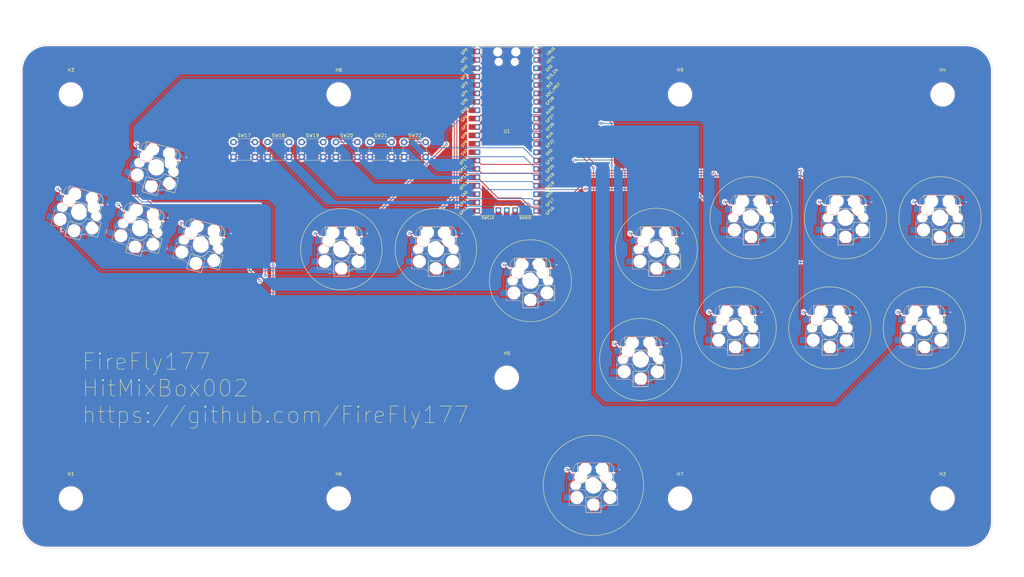
<source format=kicad_pcb>
(kicad_pcb (version 20211014) (generator pcbnew)
  (layers (0 "F.Cu" signal) (31 "B.Cu" signal) (34 "B.Paste" user) (35 "F.Paste" user) (36 "B.SilkS" user "B.Silkscreen") (37 "F.SilkS" user "F.Silkscreen") (38 "B.Mask" user) (39 "F.Mask" user) (44 "Edge.Cuts" user))
  (net 0 "")
  (net 1 "GND")
  (net 2 "UP")
  (net 3 "LEFT")
  (net 4 "DOWN")
  (net 5 "RIGHT")
  (net 6 "SQUARE")
  (net 7 "TRIANGLE")
  (net 8 "R1")
  (net 9 "L1")
  (net 10 "CROSS")
  (net 11 "CIRCLE")
  (net 12 "R2")
  (net 13 "L2")
  (net 14 "OPT1")
  (net 15 "OPT2")
  (net 16 "OPT3")
  (net 17 "OPT4")
  (net 18 "OPT5")
  (net 19 "OPT6")
  (footprint "kbd:CherryMX_Choc_Hotswap" (layer "F.Cu") (at 311.94375 121.44375)
    (fp_text reference "SW11" hide)
    (fp_text value "SW_Push" hide)
  )
  (footprint "kbd:CherryMX_Choc_Hotswap" (layer "F.Cu") (at 307.18125 154.78125)
    (fp_text reference "SW15" hide)
    (fp_text value "SW_Push" hide)
  )
  (footprint "kbd:CherryMX_Choc_Hotswap" (layer "F.Cu") (at 340.51875 121.44375)
    (fp_text reference "SW12" hide)
    (fp_text value "SW_Push" hide)
  )
  (footprint "MountingHole:MountingHole_6.4mm_M6" (layer "F.Cu") (at 77.7875 84.1375)
    (fp_text reference "H3")
    (fp_text value "MountingHole")
  )
  (footprint "MountingHole:MountingHole_6.4mm_M6" (layer "F.Cu") (at 261.9375 206.375)
    (fp_text reference "H7")
    (fp_text value "MountingHole")
  )
  (footprint "kbd:CherryMX_Choc_Hotswap" (layer "F.Cu") (at 98.709777 124.600641 -15)
    (fp_text reference "SW3" hide)
    (fp_text value "SW_Push" hide)
  )
  (footprint "Button_Switch_THT:SW_PUSH_6mm_H5mm" (layer "F.Cu") (at 168.2 98.5562)
    (fp_text reference "SW21")
    (fp_text value "SW_Push")
  )
  (footprint "kbd:CherryMX_Choc_Hotswap" (layer "F.Cu") (at 250.03125 164.30625)
    (fp_text reference "SW13" hide)
    (fp_text value "SW_Push" hide)
  )
  (footprint "Button_Switch_THT:SW_PUSH_6mm_H5mm" (layer "F.Cu") (at 178.5188 98.5562)
    (fp_text reference "SW22")
    (fp_text value "SW_Push")
  )
  (footprint "kbd:CherryMX_Choc_Hotswap" (layer "F.Cu") (at 254.79375 130.96875)
    (fp_text reference "SW9" hide)
    (fp_text value "SW_Push" hide)
  )
  (footprint "MountingHole:MountingHole_6.4mm_M6" (layer "F.Cu") (at 261.9375 84.1375)
    (fp_text reference "H9")
    (fp_text value "MountingHole")
  )
  (footprint "Button_Switch_THT:SW_PUSH_6mm_H5mm" (layer "F.Cu") (at 126.925 98.5562)
    (fp_text reference "SW17")
    (fp_text value "SW_Push")
  )
  (footprint "kbd:CherryMX_Choc_Hotswap" (layer "F.Cu") (at 283.36875 121.44375)
    (fp_text reference "SW10" hide)
    (fp_text value "SW_Push" hide)
  )
  (footprint "kbd:CherryMX_Choc_Hotswap" (layer "F.Cu") (at 80.30889 119.670138 -15)
    (fp_text reference "SW2" hide)
    (fp_text value "SW_Push" hide)
  )
  (footprint "kbd:CherryMX_Choc_Hotswap" (layer "F.Cu") (at 188.11875 130.96875)
    (fp_text reference "SW6" hide)
    (fp_text value "SW_Push" hide)
  )
  (footprint "kbd:CherryMX_Choc_Hotswap" (layer "F.Cu") (at 159.54375 130.96875)
    (fp_text reference "SW5" hide)
    (fp_text value "SW_Push" hide)
  )
  (footprint "MountingHole:MountingHole_6.4mm_M6" (layer "F.Cu") (at 209.55 169.8625)
    (fp_text reference "H5")
    (fp_text value "MountingHole")
  )
  (footprint "MountingHole:MountingHole_6.4mm_M6" (layer "F.Cu") (at 158.75 206.375)
    (fp_text reference "H6")
    (fp_text value "MountingHole")
  )
  (footprint "MountingHole:MountingHole_6.4mm_M6" (layer "F.Cu") (at 158.75 84.1375)
    (fp_text reference "H8")
    (fp_text value "MountingHole")
  )
  (footprint "MountingHole:MountingHole_6.4mm_M6" (layer "F.Cu") (at 77.7875 206.375)
    (fp_text reference "H1")
    (fp_text value "MountingHole")
  )
  (footprint "kbd:CherryMX_Choc_Hotswap" (layer "F.Cu") (at 216.69375 140.49375)
    (fp_text reference "SW7" hide)
    (fp_text value "SW_Push" hide)
  )
  (footprint "kbd:CherryMX_Choc_Hotswap" (layer "F.Cu") (at 278.60625 154.78125)
    (fp_text reference "SW14" hide)
    (fp_text value "SW_Push" hide)
  )
  (footprint "MountingHole:MountingHole_6.4mm_M6" (layer "F.Cu") (at 341.3125 206.375)
    (fp_text reference "H2")
    (fp_text value "MountingHole")
  )
  (footprint "kbd:CherryMX_Choc_Hotswap" (layer "F.Cu") (at 335.75625 154.78125)
    (fp_text reference "SW16" hide)
    (fp_text value "SW_Push" hide)
  )
  (footprint "MCU_RaspberryPi_and_Boards:RPi_Pico_SMD_TH" (layer "F.Cu") (at 209.55 95.25)
    (fp_text reference "U1")
    (fp_text value "Pico")
  )
  (footprint "Button_Switch_THT:SW_PUSH_6mm_H5mm" (layer "F.Cu") (at 137.2438 98.5562)
    (fp_text reference "SW18")
    (fp_text value "SW_Push")
  )
  (footprint "Button_Switch_THT:SW_PUSH_6mm_H5mm" (layer "F.Cu") (at 147.5625 98.5562)
    (fp_text reference "SW19")
    (fp_text value "SW_Push")
  )
  (footprint "MountingHole:MountingHole_6.4mm_M6" (layer "F.Cu") (at 341.3125 84.1375)
    (fp_text reference "H4")
    (fp_text value "MountingHole")
  )
  (footprint "kbd:CherryMX_Choc_Hotswap" (layer "F.Cu") (at 117.110664 129.531144 -15)
    (fp_text reference "SW4" hide)
    (fp_text value "SW_Push" hide)
  )
  (footprint "kbd:CherryMX_Choc_Hotswap" (layer "F.Cu") (at 103.64028 106.199754 -15)
    (fp_text reference "SW1" hide)
    (fp_text value "SW_Push" hide)
  )
  (footprint "kbd:CherryMX_Choc_Hotswap" (layer "F.Cu") (at 235.74375 202.40625)
    (fp_text reference "SW8" hide)
    (fp_text value "SW_Push" hide)
  )
  (footprint "Button_Switch_THT:SW_PUSH_6mm_H5mm" (layer "F.Cu") (at 157.8813 98.5562)
    (fp_text reference "SW20")
    (fp_text value "SW_Push")
  )
  (gr_circle (center 254.79375 130.96875) (end 264.31875 138.90625) (layer "F.SilkS") (width 0.15) (fill none))
  (gr_circle (center 216.69375 140.49375) (end 226.21875 148.43125) (layer "F.SilkS") (width 0.15) (fill none))
  (gr_circle (center 250.03125 164.30625) (end 261.14375 169.8625) (layer "F.SilkS") (width 0.15) (fill none))
  (gr_circle (center 307.18125 154.78125) (end 318.29375 160.3375) (layer "F.SilkS") (width 0.15) (fill none))
  (gr_circle (center 159.54375 130.96875) (end 171.45 134.14375) (layer "F.SilkS") (width 0.15) (fill none))
  (gr_circle (center 283.36875 121.44375) (end 292.89375 129.38125) (layer "F.SilkS") (width 0.15) (fill none))
  (gr_circle (center 188.11875 130.96875) (end 200.025 134.14375) (layer "F.SilkS") (width 0.15) (fill none))
  (gr_circle (center 340.51875 121.44375) (end 351.63125 127) (layer "F.SilkS") (width 0.15) (fill none))
  (gr_circle (center 235.74375 202.40625) (end 246.85625 212.725) (layer "F.SilkS") (width 0.15) (fill none))
  (gr_circle (center 335.75625 154.78125) (end 346.86875 160.3375) (layer "F.SilkS") (width 0.15) (fill none))
  (gr_circle (center 278.60625 154.78125) (end 289.71875 160.3375) (layer "F.SilkS") (width 0.15) (fill none))
  (gr_circle (center 311.94375 121.44375) (end 323.05625 127) (layer "F.SilkS") (width 0.15) (fill none))
  (gr_line (start 70.64375 221.45625) (end 348.45625 221.45625) (layer "Edge.Cuts") (width 0.1))
  (gr_line (start 356.39375 213.51875) (end 356.39375 76.99375) (layer "Edge.Cuts") (width 0.1))
  (gr_arc (start 356.39375 213.51875) (mid 354.06891 219.13141) (end 348.45625 221.45625) (layer "Edge.Cuts") (width 0.1))
  (gr_line (start 348.45625 69.05625) (end 70.64375 69.05625) (layer "Edge.Cuts") (width 0.1))
  (gr_arc (start 348.45625 69.05625) (mid 354.06891 71.38109) (end 356.39375 76.99375) (layer "Edge.Cuts") (width 0.1))
  (gr_line (start 62.70625 76.99375) (end 62.70625 213.51875) (layer "Edge.Cuts") (width 0.1))
  (gr_arc (start 62.70625 76.99375) (mid 65.03109 71.38109) (end 70.64375 69.05625) (layer "Edge.Cuts") (width 0.1))
  (gr_arc (start 70.64375 221.45625) (mid 65.03109 219.13141) (end 62.70625 213.51875) (layer "Edge.Cuts") (width 0.1))
  (gr_text "FireFly177\nHitMixBox002\nhttps://github.com/FireFly177" (at 80.9625 173.0375) (layer "F.SilkS") (effects (font (size 5 5)) (justify left)))
  (segment (start 185.31875 136.86875) (end 185.467098 136.86875) (width 0.25) (layer "F.Cu") (net 1))
  (segment (start 318.84375 118.90375) (end 318.84375 117.71875) (width 0.25) (layer "F.Cu") (net 1))
  (segment (start 256.93125 160.58125) (end 257.96875 159.54375) (width 0.25) (layer "F.Cu") (net 1))
  (segment (start 110.962569 105.532154) (end 112.7125 103.782223) (width 0.25) (layer "F.Cu") (net 1))
  (segment (start 318.84375 117.71875) (end 319.88125 116.68125) (width 0.25) (layer "F.Cu") (net 1))
  (segment (start 213.89375 146.425) (end 215.737501 148.268751) (width 0.25) (layer "F.Cu") (net 1))
  (segment (start 194.793749 138.743751) (end 197.54375 135.99375) (width 0.25) (layer "F.Cu") (net 1))
  (segment (start 347.41875 118.90375) (end 347.41875 117.71875) (width 0.25) (layer "F.Cu") (net 1))
  (segment (start 164.3813 103.0562) (end 168.2 103.0562) (width 0.25) (layer "F.Cu") (net 1))
  (segment (start 88.9 126.007229) (end 88.9 120.271359) (width 0.25) (layer "F.Cu") (net 1))
  (segment (start 124.432953 128.863544) (end 126.20625 127.090247) (width 0.25) (layer "F.Cu") (net 1))
  (segment (start 321.46875 126.20625) (end 321.46875 121.52875) (width 0.25) (layer "F.Cu") (net 1))
  (segment (start 290.26875 117.71875) (end 291.30625 116.68125) (width 0.25) (layer "F.Cu") (net 1))
  (segment (start 259.55625 169.23125) (end 259.55625 164.39125) (width 0.25) (layer "F.Cu") (net 1))
  (segment (start 147.5625 103.0562) (end 154.0625 103.0562) (width 0.25) (layer "F.Cu") (net 1))
  (segment (start 345.18125 159.80625) (end 345.18125 154.76625) (width 0.25) (layer "F.Cu") (net 1))
  (segment (start 288.13125 154.86625) (end 285.50625 152.24125) (width 0.25) (layer "F.Cu") (net 1))
  (segment (start 197.54375 130.95375) (end 195.01875 128.42875) (width 0.25) (layer "F.Cu") (net 1))
  (segment (start 106.064015 132.174604) (end 107.15625 131.082369) (width 0.25) (layer "F.Cu") (net 1))
  (segment (start 245.16875 202.39125) (end 242.64375 199.86625) (width 0.25) (layer "F.Cu") (net 1))
  (segment (start 342.65625 152.24125) (end 342.65625 151.05625) (width 0.25) (layer "F.Cu") (net 1))
  (segment (start 314.08125 152.24125) (end 314.08125 151.05625) (width 0.25) (layer "F.Cu") (net 1))
  (segment (start 99.408655 111.174023) (end 100.558963 110.023715) (width 0.25) (layer "F.Cu") (net 1))
  (segment (start 114.6571 137.31875) (end 124.251259 137.31875) (width 0.25) (layer "F.Cu") (net 1))
  (segment (start 112.056394 112.711841) (end 112.056394 106.625979) (width 0.25) (layer "F.Cu") (net 1))
  (segment (start 154.0625 103.0562) (end 157.8813 103.0562) (width 0.25) (layer "F.Cu") (net 1))
  (segment (start 178.5188 103.0562) (end 185.0188 103.0562) (width 0.25) (layer "F.Cu") (net 1))
  (segment (start 223.59375 136.76875) (end 224.63125 135.73125) (width 0.25) (layer "F.Cu") (net 1))
  (segment (start 342.65625 151.05625) (end 343.69375 150.01875) (width 0.25) (layer "F.Cu") (net 1))
  (segment (start 112.056394 106.625979) (end 110.962569 105.532154) (width 0.25) (layer "F.Cu") (net 1))
  (segment (start 76.077265 125.679683) (end 78.191332 127.79375) (width 0.25) (layer "F.Cu") (net 1))
  (segment (start 96.04257 132.174604) (end 106.064015 132.174604) (width 0.25) (layer "F.Cu") (net 1))
  (segment (start 133.425 103.0562) (end 137.2438 103.0562) (width 0.25) (layer "F.Cu") (net 1))
  (segment (start 166.44375 128.42875) (end 166.44375 127.24375) (width 0.25) (layer "F.Cu") (net 1))
  (segment (start 169.06875 131.05375) (end 166.44375 128.42875) (width 0.25) (layer "F.Cu") (net 1))
  (segment (start 304.38125 160.68125) (end 306.256251 162.556251) (width 0.25) (layer "F.Cu") (net 1))
  (segment (start 275.80625 160.68125) (end 277.681251 162.556251) (width 0.25) (layer "F.Cu") (net 1))
  (segment (start 290.043749 129.218751) (end 292.89375 126.36875) (width 0.25) (layer "F.Cu") (net 1))
  (segment (start 126.20625 127.090247) (end 126.20625 126.20625) (width 0.25) (layer "F.Cu") (net 1))
  (segment (start 107.15625 131.082369) (end 107.15625 125.057225) (width 0.25) (layer "F.Cu") (net 1))
  (segment (start 337.71875 127.34375) (end 339.593751 129.218751) (width 0.25) (layer "F.Cu") (net 1))
  (segment (start 285.50625 151.05625) (end 286.54375 150.01875) (width 0.25) (layer "F.Cu") (net 1))
  (segment (start 112.879039 134.505413) (end 112.879039 135.540689) (width 0.25) (layer "F.Cu") (net 1))
  (segment (start 193 95.075) (end 193 79) (width 0.25) (layer "F.Cu") (net 1))
  (segment (start 350.04375 121.52875) (end 347.41875 118.90375) (width 0.25) (layer "F.Cu") (net 1))
  (segment (start 166.44375 127.24375) (end 167.48125 126.20625) (width 0.25) (layer "F.Cu") (net 1))
  (segment (start 87.631179 119.002538) (end 87.631179 118.743821) (width 0.25) (layer "F.Cu") (net 1))
  (segment (start 185.0188 103.0562) (end 193 95.075) (width 0.25) (layer "F.Cu") (net 1))
  (segment (start 168.2 103.0562) (end 174.7 103.0562) (width 0.25) (layer "F.Cu") (net 1))
  (segment (start 309.14375 127.34375) (end 311.018751 129.218751) (width 0.25) (layer "F.Cu") (net 1))
  (segment (start 76.077265 124.644407) (end 76.077265 125.679683) (width 0.25) (layer "F.Cu") (net 1))
  (segment (start 137.2438 103.0562) (end 143.7438 103.0562) (width 0.25) (layer "F.Cu") (net 1))
  (segment (start 292.89375 126.36875) (end 292.89375 121.52875) (width 0.25) (layer "F.Cu") (net 1))
  (segment (start 259.55625 164.39125) (end 256.93125 161.76625) (width 0.25) (layer "F.Cu") (net 1))
  (segment (start 100.558963 110.023715) (end 103.816567 110.023715) (width 0.25) (layer "F.Cu") (net 1))
  (segment (start 261.69375 127.24375) (end 262.73125 126.20625) (width 0.25) (layer "F.Cu") (net 1))
  (segment (start 288.13125 159.70625) (end 288.13125 154.86625) (width 0.25) (layer "F.Cu") (net 1))
  (segment (start 87.631179 118.743821) (end 88.9 117.475) (width 0.25) (layer "F.Cu") (net 1))
  (segment (start 215.737501 148.268751) (end 223.368749 148.268751) (width 0.25) (layer "F.Cu") (net 1))
  (segment (start 253.868751 138.743751) (end 261.306249 138.743751) (width 0.25) (layer "F.Cu") (net 1))
  (segment (start 195.01875 127.24375) (end 196.05625 126.20625) (width 0.25) (layer "F.Cu") (net 1))
  (segment (start 282.592099 129.218751) (end 290.043749 129.218751) (width 0.25) (layer "F.Cu") (net 1))
  (segment (start 264.21875 130.95375) (end 261.69375 128.42875) (width 0.25) (layer "F.Cu") (net 1))
  (segment (start 169.06875 135.89375) (end 169.06875 131.05375) (width 0.25) (layer "F.Cu") (net 1))
  (segment (start 261.69375 128.42875) (end 261.69375 127.24375) (width 0.25) (layer "F.Cu") (net 1))
  (segment (start 223.368749 148.268751) (end 226.21875 145.41875) (width 0.25) (layer "F.Cu") (net 1))
  (segment (start 126.925 103.0562) (end 133.425 103.0562) (width 0.25) (layer "F.Cu") (net 1))
  (segment (start 197.54375 135.99375) (end 197.54375 130.95375) (width 0.25) (layer "F.Cu") (net 1))
  (segment (start 126.20625 130.636841) (end 124.432953 128.863544) (width 0.25) (layer "F.Cu") (net 1))
  (segment (start 157.8813 103.0562) (end 164.3813 103.0562) (width 0.25) (layer "F.Cu") (net 1))
  (segment (start 316.70625 154.86625) (end 314.08125 152.24125) (width 0.25) (layer "F.Cu") (net 1))
  (segment (start 321.46875 121.52875) (end 318.84375 118.90375) (width 0.25) (layer "F.Cu") (net 1))
  (segment (start 156.74375 136.86875) (end 158.618751 138.743751) (width 0.25) (layer "F.Cu") (net 1))
  (segment (start 285.281249 162.556251) (end 288.13125 159.70625) (width 0.25) (layer "F.Cu") (net 1))
  (segment (start 314.08125 151.05625) (end 315.11875 150.01875) (width 0.25) (layer "F.Cu") (net 1))
  (segment (start 264.21875 135.83125) (end 264.21875 130.95375) (width 0.25) (layer "F.Cu") (net 1))
  (segment (start 185.467098 136.86875) (end 187.342099 138.743751) (width 0.25) (layer "F.Cu") (net 1))
  (segment (start 226.21875 140.57875) (end 223.59375 137.95375) (width 0.25) (layer "F.Cu") (net 1))
  (segment (start 187.342099 138.743751) (end 194.793749 138.743751) (width 0.25) (layer "F.Cu") (net 1))
  (segment (start 112.879039 135.540689) (end 114.6571 137.31875) (width 0.25) (layer "F.Cu") (net 1))
  (segment (start 342.431249 162.556251) (end 345.18125 159.80625) (width 0.25) (layer "F.Cu") (net 1))
  (segment (start 226.21875 145.41875) (end 226.21875 140.57875) (width 0.25) (layer "F.Cu") (net 1))
  (segment (start 234.818751 210.181251) (end 242.418749 210.181251) (width 0.25) (layer "F.Cu") (net 1))
  (segment (start 106.032066 123.933041) (end 107.15625 122.808857) (width 0.25) (layer "F.Cu") (net 1))
  (segment (start 277.681251 162.556251) (end 285.281249 162.556251) (width 0.25) (layer "F.Cu") (net 1))
  (segment (start 290.26875 118.90375) (end 290.26875 117.71875) (width 0.25) (layer "F.Cu") (net 1))
  (segment (start 249.106251 172.081251) (end 256.706249 172.081251) (width 0.25) (layer "F.Cu") (net 1))
  (segment (start 107.15625 125.057225) (end 106.032066 123.933041) (width 0.25) (layer "F.Cu") (net 1))
  (segment (start 243.68125 198.82875) (end 243.68125 197.64375) (width 0.25) (layer "F.Cu") (net 1))
  (segment (start 311.018751 129.218751) (end 318.456249 129.218751) (width 0.25) (layer "F.Cu") (net 1))
  (segment (start 87.113479 127.79375) (end 88.9 126.007229) (width 0.25) (layer "F.Cu") (net 1))
  (segment (start 247.23125 170.20625) (end 249.106251 172.081251) (width 0.25) (layer "F.Cu") (net 1))
  (segment (start 195.01875 128.42875) (end 195.01875 127.24375) (width 0.25) (layer "F.Cu") (net 1))
  (segment (start 318.456249 129.218751) (end 321.46875 126.20625) (width 0.25) (layer "F.Cu") (net 1))
  (segment (start 316.70625 159.70625) (end 316.70625 154.86625) (width 0.25) (layer "F.Cu") (net 1))
  (segment (start 345.18125 154.76625) (end 342.65625 152.24125) (width 0.25) (layer "F.Cu") (net 1))
  (segment (start 306.256251 162.556251) (end 313.856249 162.556251) (width 0.25) (layer "F.Cu") (net 1))
  (segment (start 261.306249 138.743751) (end 264.21875 135.83125) (width 0.25) (layer "F.Cu") (net 1))
  (segment (start 124.251259 137.31875) (end 126.20625 135.363759) (width 0.25) (layer "F.Cu") (net 1))
  (segment (start 256.706249 172.081251) (end 259.55625 169.23125) (width 0.25) (layer "F.Cu") (net 1))
  (segment (start 242.64375 199.86625) (end 243.68125 198.82875) (width 0.25) (layer "F.Cu") (net 1))
  (segment (start 103.816567 110.023715) (end 107.212711 113.419859) (width 0.25) (layer "F.Cu") (net 1))
  (segment (start 94.478152 129.57491) (end 94.478152 130.610186) (width 0.25) (layer "F.Cu") (net 1))
  (segment (start 339.593751 129.218751) (end 347.193749 129.218751) (width 0.25) (layer "F.Cu") (net 1))
  (segment (start 332.95625 160.68125) (end 333.104598 160.68125) (width 0.25) (layer "F.Cu") (net 1))
  (segment (start 251.99375 136.86875) (end 253.868751 138.743751) (width 0.25) (layer "F.Cu") (net 1))
  (segment (start 107.15625 122.808857) (end 107.15625 121.44375) (width 0.25) (layer "F.Cu") (net 1))
  (segment (start 111.348376 113.419859) (end 112.056394 112.711841) (width 0.25) (layer "F.Cu") (net 1))
  (segment (start 285.50625 152.24125) (end 285.50625 151.05625) (width 0.25) (layer "F.Cu") (net 1))
  (segment (start 333.104598 160.68125) (end 334.979599 162.556251) (width 0.25) (layer "F.Cu") (net 1))
  (segment (start 347.193749 129.218751) (end 350.04375 126.36875) (width 0.25) (layer "F.Cu") (net 1))
  (segment (start 143.7438 103.0562) (end 147.5625 103.0562) (width 0.25) (layer "F.Cu") (net 1))
  (segment (start 166.218749 138.743751) (end 169.06875 135.89375) (width 0.25) (layer "F.Cu") (net 1))
  (segment (start 350.04375 126.36875) (end 350.04375 121.52875) (width 0.25) (layer "F.Cu") (net 1))
  (segment (start 256.93125 161.76625) (end 256.93125 160.58125) (width 0.25) (layer "F.Cu") (net 1))
  (segment (start 195.8 76.2) (end 200.66 76.2) (width 0.25) (layer "F.Cu") (net 1))
  (segment (start 193 79) (end 195.8 76.2) (width 0.25) (layer "F.Cu") (net 1))
  (segment (start 232.94375 208.30625) (end 234.818751 210.181251) (width 0.25) (layer "F.Cu") (net 1))
  (segment (start 112.7125 103.782223) (end 112.7125 103.1875) (width 0.25) (layer "F.Cu") (net 1))
  (segment (start 280.56875 127.34375) (end 280.717098 127.34375) (width 0.25) (layer "F.Cu") (net 1))
  (segment (start 334.979599 162.556251) (end 342.431249 162.556251) (width 0.25) (layer "F.Cu") (net 1))
  (segment (start 292.89375 121.52875) (end 290.26875 118.90375) (width 0.25) (layer "F.Cu") (net 1))
  (segment (start 213.89375 146.39375) (end 213.89375 146.425) (width 0.25) (layer "F.Cu") (net 1))
  (segment (start 94.478152 130.610186) (end 96.04257 132.174604) (width 0.25) (layer "F.Cu") (net 1))
  (segment (start 158.618751 138.743751) (end 166.218749 138.743751) (width 0.25) (layer "F.Cu") (net 1))
  (segment (start 174.7 103.0562) (end 178.5188 103.0562) (width 0.25) (layer "F.Cu") (net 1))
  (segment (start 78.191332 127.79375) (end 87.113479 127.79375) (width 0.25) (layer "F.Cu") (net 1))
  (segment (start 242.418749 210.181251) (end 245.16875 207.43125) (width 0.25) (layer "F.Cu") (net 1))
  (segment (start 107.212711 113.419859) (end 111.348376 113.419859) (width 0.25) (layer "F.Cu") (net 1))
  (segment (start 126.20625 135.363759) (end 126.20625 130.636841) (width 0.25) (layer "F.Cu") (net 1))
  (segment (start 245.16875 207.43125) (end 245.16875 202.39125) (width 0.25) (layer "F.Cu") (net 1))
  (segment (start 223.59375 137.95375) (end 223.59375 136.76875) (width 0.25) (layer "F.Cu") (net 1))
  (segment (start 347.41875 117.71875) (end 348.45625 116.68125) (width 0.25) (layer "F.Cu") (net 1))
  (segment (start 88.9 120.271359) (end 87.631179 119.002538) (width 0.25) (layer "F.Cu") (net 1))
  (segment (start 313.856249 162.556251) (end 316.70625 159.70625) (width 0.25) (layer "F.Cu") (net 1))
  (segment (start 280.717098 127.34375) (end 282.592099 129.218751) (width 0.25) (layer "F.Cu") (net 1))
  (via (at 88.9 117.475) (size 0.8) (drill 0.4) (layers "F.Cu" "B.Cu") (net 1))
  (via (at 196.05625 126.20625) (size 0.8) (drill 0.4) (layers "F.Cu" "B.Cu") (net 1))
  (via (at 348.45625 116.68125) (size 0.8) (drill 0.4) (layers "F.Cu" "B.Cu") (net 1))
  (via (at 243.68125 197.64375) (size 0.8) (drill 0.4) (layers "F.Cu" "B.Cu") (net 1))
  (via (at 291.30625 116.68125) (size 0.8) (drill 0.4) (layers "F.Cu" "B.Cu") (net 1))
  (via (at 257.96875 159.54375) (size 0.8) (drill 0.4) (layers "F.Cu" "B.Cu") (net 1))
  (via (at 286.54375 150.01875) (size 0.8) (drill 0.4) (layers "F.Cu" "B.Cu") (net 1))
  (via (at 107.15625 121.44375) (size 0.8) (drill 0.4) (layers "F.Cu" "B.Cu") (net 1))
  (via (at 262.73125 126.20625) (size 0.8) (drill 0.4) (layers "F.Cu" "B.Cu") (net 1))
  (via (at 112.7125 103.1875) (size 0.8) (drill 0.4) (layers "F.Cu" "B.Cu") (net 1))
  (via (at 224.63125 135.73125) (size 0.8) (drill 0.4) (layers "F.Cu" "B.Cu") (net 1))
  (via (at 315.11875 150.01875) (size 0.8) (drill 0.4) (layers "F.Cu" "B.Cu") (net 1))
  (via (at 126.20625 126.20625) (size 0.8) (drill 0.4) (layers "F.Cu" "B.Cu") (net 1))
  (via (at 343.69375 150.01875) (size 0.8) (drill 0.4) (layers "F.Cu" "B.Cu") (net 1))
  (via (at 167.48125 126.20625) (size 0.8) (drill 0.4) (layers "F.Cu" "B.Cu") (net 1))
  (via (at 319.88125 116.68125) (size 0.8) (drill 0.4) (layers "F.Cu" "B.Cu") (net 1))
  (segment (start 309.98125 154.222491) (end 309.98125 160.68125) (width 0.25) (layer "B.Cu") (net 1))
  (segment (start 289.28625 116.68125) (end 288.96875 116.36375) (width 0.25) (layer "B.Cu") (net 1))
  (segment (start 190.91875 130.409991) (end 190.91875 136.86875) (width 0.25) (layer "B.Cu") (net 1))
  (segment (start 283.36875 116.252098) (end 283.36875 118.084991) (width 0.25) (layer "B.Cu") (net 1))
  (segment (start 126.20625 126.20625) (end 123.967272 126.20625) (width 0.25) (layer "B.Cu") (net 1))
  (segment (start 348.45625 116.68125) (end 346.43625 116.68125) (width 0.25) (layer "B.Cu") (net 1))
  (segment (start 112.267237 102.742237) (end 110.364265 102.742237) (width 0.25) (layer "B.Cu") (net 1))
  (segment (start 194.03625 126.20625) (end 193.71875 125.88875) (width 0.25) (layer "B.Cu") (net 1))
  (segment (start 101.701378 118.476137) (end 100.255822 119.921693) (width 0.25) (layer "B.Cu") (net 1))
  (segment (start 165.46125 126.20625) (end 165.14375 125.88875) (width 0.25) (layer "B.Cu") (net 1))
  (segment (start 161.307099 124.013749) (end 160.208749 125.112099) (width 0.25) (layer "B.Cu") (net 1))
  (segment (start 188.11875 127.609991) (end 190.91875 130.409991) (width 0.25) (layer "B.Cu") (net 1))
  (segment (start 288.96875 116.36375) (end 287.093749 114.488749) (width 0.25) (layer "B.Cu") (net 1))
  (segment (start 123.834649 125.038351) (end 122.202938 123.40664) (width 0.25) (layer "B.Cu") (net 1))
  (segment (start 341.35625 149.70125) (end 339.481249 147.826249) (width 0.25) (layer "B.Cu") (net 1))
  (segment (start 216.69375 135.302098) (end 216.69375 137.134991) (width 0.25) (layer "B.Cu") (net 1))
  (segment (start 88.295254 117.475) (end 87.032875 116.212621) (width 0.25) (layer "B.Cu") (net 1))
  (segment (start 165.14375 125.88875) (end 163.268749 124.013749) (width 0.25) (layer "B.Cu") (net 1))
  (segment (start 336.421249 151.747901) (end 338.55625 153.882902) (width 0.25) (layer "B.Cu") (net 1))
  (segment (start 280.369599 147.826249) (end 279.271249 148.924599) (width 0.25) (layer "B.Cu") (net 1))
  (segment (start 343.31875 120.884991) (end 343.31875 127.34375) (width 0.25) (layer "B.Cu") (net 1))
  (segment (start 319.88125 116.68125) (end 317.86125 116.68125) (width 0.25) (layer "B.Cu") (net 1))
  (segment (start 311.94375 118.084991) (end 314.74375 120.884991) (width 0.25) (layer "B.Cu") (net 1))
  (segment (start 88.9 117.475) (end 88.295254 117.475) (width 0.25) (layer "B.Cu") (net 1))
  (segment (start 237.507099 195.451249) (end 235.74375 197.214598) (width 0.25) (layer "B.Cu") (net 1))
  (segment (start 336.421249 148.688752) (end 336.421249 151.747901) (width 0.25) (layer "B.Cu") (net 1))
  (segment (start 222.29375 135.41375) (end 221.885402 135.41375) (width 0.25) (layer "B.Cu") (net 1))
  (segment (start 343.69375 150.01875) (end 341.67375 150.01875) (width 0.25) (layer "B.Cu") (net 1))
  (segment (start 241.34375 197.32625) (end 239.468749 195.451249) (width 0.25) (layer "B.Cu") (net 1))
  (segment (start 308.944599 147.826249) (end 307.846249 148.924599) (width 0.25) (layer "B.Cu") (net 1))
  (segment (start 255.63125 159.22625) (end 253.756249 157.351249) (width 0.25) (layer "B.Cu") (net 1))
  (segment (start 162.34375 130.409991) (end 162.34375 136.86875) (width 0.25) (layer "B.Cu") (net 1))
  (segment (start 118.500389 127.56211) (end 119.618213 128.679934) (width 0.25) (layer "B.Cu") (net 1))
  (segment (start 105.734388 121.44375) (end 105.433762 121.143124) (width 0.25) (layer "B.Cu") (net 1))
  (segment (start 103.802051 118.476137) (end 101.701378 118.476137) (width 0.25) (layer "B.Cu") (net 1))
  (segment (start 218.457099 133.538749) (end 216.69375 135.302098) (width 0.25) (layer "B.Cu") (net 1))
  (segment (start 286.16875 120.884991) (end 286.16875 127.34375) (width 0.25) (layer "B.Cu") (net 1))
  (segment (start 101.172354 128.221396) (end 99.887337 129.506413) (width 0.25) (layer "B.Cu") (net 1))
  (segment (start 220.010401 133.538749) (end 218.457099 133.538749) (width 0.25) (layer "B.Cu") (net 1))
  (segment (start 260.71125 126.20625) (end 260.39375 125.88875) (width 0.25) (layer "B.Cu") (net 1))
  (segment (start 243.68125 197.64375) (end 241.66125 197.64375) (width 0.25) (layer "B.Cu") (net 1))
  (segment (start 255.458749 125.112099) (end 255.458749 128.27499) (width 0.25) (layer "B.Cu") (net 1))
  (segment (start 279.271249 148.924599) (end 279.271249 152.08749) (width 0.25) (layer "B.Cu") (net 1))
  (segment (start 342.282099 114.488749) (end 341.183749 115.587099) (width 0.25) (layer "B.Cu") (net 1))
  (segment (start 82.202141 114.643984) (end 82.202141 118.20463) (width 0.25) (layer "B.Cu") (net 1))
  (segment (start 118.500389 125.008516) (end 118.500389 127.56211) (width 0.25) (layer "B.Cu") (net 1))
  (segment (start 253.756249 157.351249) (end 251.794599 157.351249) (width 0.25) (layer "B.Cu") (net 1))
  (segment (start 346.11875 116.36375) (end 344.243749 114.488749) (width 0.25) (layer "B.Cu") (net 1))
  (segment (start 284.20625 149.70125) (end 282.331249 147.826249) (width 0.25) (layer "B.Cu") (net 1))
  (segment (start 105.533531 101.1736) (end 105.533531 102.726902) (width 0.25) (layer "B.Cu") (net 1))
  (segment (start 235.74375 197.214598) (end 235.74375 199.047491) (width 0.25) (layer "B.Cu") (net 1))
  (segment (start 85.401164 113.545634) (end 83.300491 113.545634) (width 0.25) (layer "B.Cu") (net 1))
  (segment (start 188.11875 125.777098) (end 188.11875 127.609991) (width 0.25) (layer "B.Cu") (net 1))
  (segment (start 241.66125 197.64375) (end 241.34375 197.32625) (width 0.25) (layer "B.Cu") (net 1))
  (segment (start 83.300491 113.545634) (end 82.202141 114.643984) (width 0.25) (layer "B.Cu") (net 1))
  (segment (start 101.172354 123.397354) (end 101.172354 128.221396) (width 0.25) (layer "B.Cu") (net 1))
  (segment (start 105.533531 102.726902) (end 106.029482 103.222853) (width 0.25) (layer "B.Cu") (net 1))
  (segment (start 257.96875 159.54375) (end 255.94875 159.54375) (width 0.25) (layer "B.Cu") (net 1))
  (segment (start 317.86125 116.68125) (end 317.54375 116.36375) (width 0.25) (layer "B.Cu") (net 1))
  (segment (start 257.59375 130.409991) (end 257.59375 136.86875) (width 0.25) (layer "B.Cu") (net 1))
  (segment (start 224.63125 135.73125) (end 222.61125 135.73125) (width 0.25) (layer "B.Cu") (net 1))
  (segment (start 281.40625 154.222491) (end 281.40625 160.68125) (width 0.25) (layer "B.Cu") (net 1))
  (segment (start 310.906249 147.826249) (end 308.944599 147.826249) (width 0.25) (layer "B.Cu") (net 1))
  (segment (start 119.618213 133.111963) (end 118.288224 134.441952) (width 0.25) (layer "B.Cu") (net 1))
  (segment (start 307.846249 148.924599) (end 307.846249 152.08749) (width 0.25) (layer "B.Cu") (net 1))
  (segment (start 256.557099 124.013749) (end 255.458749 125.112099) (width 0.25) (layer "B.Cu") (net 1))
  (segment (start 112.7125 103.1875) (end 112.267237 102.742237) (width 0.25) (layer "B.Cu") (net 1))
  (segment (start 286.54375 150.01875) (end 284.52375 150.01875) (width 0.25) (layer "B.Cu") (net 1))
  (segment (start 238.54375 201.847491) (end 238.54375 208.30625) (width 0.25) (layer "B.Cu") (net 1))
  (segment (start 191.843749 124.013749) (end 189.882099 124.013749) (width 0.25) (layer "B.Cu") (net 1))
  (segment (start 167.48125 126.20625) (end 165.46125 126.20625) (width 0.25) (layer "B.Cu") (net 1))
  (segment (start 311.94375 116.252098) (end 311.94375 118.084991) (width 0.25) (layer "B.Cu") (net 1))
  (segment (start 283.36875 118.084991) (end 286.16875 120.884991) (width 0.25) (layer "B.Cu") (net 1))
  (segment (start 100.255822 119.921693) (end 100.255822 122.480822) (width 0.25) (layer "B.Cu") (net 1))
  (segment (start 105.433762 120.107848) (end 103.802051 118.476137) (width 0.25) (layer "B.Cu") (net 1))
  (segment (start 110.364265 101.706961) (end 108.732554 100.07525) (width 0.25) (layer "B.Cu") (net 1))
  (segment (start 312.78125 149.70125) (end 310.906249 147.826249) (width 0.25) (layer "B.Cu") (net 1))
  (segment (start 262.73125 126.20625) (end 260.71125 126.20625) (width 0.25) (layer "B.Cu") (net 1))
  (segment (start 250.696249 161.61249) (end 252.83125 163.747491) (width 0.25) (layer "B.Cu") (net 1))
  (segment (start 104.81784 111.08216) (end 104.81784 112.62341) (width 0.25) (layer "B.Cu") (net 1))
  (segment (start 123.834649 126.073627) (end 123.834649 125.038351) (width 0.25) (layer "B.Cu") (net 1))
  (segment (start 315.668749 114.488749) (end 313.707099 114.488749) (width 0.25) (layer "B.Cu") (net 1))
  (segment (start 106.029482 103.222853) (end 106.029482 109.870518) (width 0.25) (layer "B.Cu") (net 1))
  (segment (start 341.183749 118.74999) (end 343.31875 120.884991) (width 0.25) (layer "B.Cu") (net 1))
  (segment (start 100.255822 122.480822) (end 101.172354 123.397354) (width 0.25) (layer "B.Cu") (net 1))
  (segment (start 87.032875 116.212621) (end 87.032875 115.177345) (width 0.25) (layer "B.Cu") (net 1))
  (segment (start 235.74375 199.047491) (end 238.54375 201.847491) (width 0.25) (layer "B.Cu") (net 1))
  (segment (start 105.433762 121.143124) (end 105.433762 120.107848) (width 0.25) (layer "B.Cu") (net 1))
  (segment (start 279.271249 152.08749) (end 281.40625 154.222491) (width 0.25) (layer "B.Cu") (net 1))
  (segment (start 123.967272 126.20625) (end 123.834649 126.073627) (width 0.25) (layer "B.Cu") (net 1))
  (segment (start 120.102265 123.40664) (end 118.500389 125.008516) (width 0.25) (layer "B.Cu") (net 1))
  (segment (start 287.093749 114.488749) (end 285.132099 114.488749) (width 0.25) (layer "B.Cu") (net 1))
  (segment (start 222.61125 135.73125) (end 222.29375 135.41375) (width 0.25) (layer "B.Cu") (net 1))
  (segment (start 122.202938 123.40664) (end 120.102265 123.40664) (width 0.25) (layer "B.Cu") (net 1))
  (segment (start 291.30625 116.68125) (end 289.28625 116.68125) (width 0.25) (layer "B.Cu") (net 1))
  (segment (start 337.283752 147.826249) (end 336.421249 148.688752) (width 0.25) (layer "B.Cu") (net 1))
  (segment (start 99.887337 129.506413) (end 99.887337 131.024297) (width 0.25) (layer "B.Cu") (net 1))
  (segment (start 307.846249 152.08749) (end 309.98125 154.222491) (width 0.25) (layer "B.Cu") (net 1))
  (segment (start 339.481249 147.826249) (end 337.283752 147.826249) (width 0.25) (layer "B.Cu") (net 1))
  (segment (start 196.05625 126.20625) (end 194.03625 126.20625) (width 0.25) (layer "B.Cu") (net 1))
  (segment (start 82.683891 123.383505) (end 81.48645 124.580946) (width 0.25) (layer "B.Cu") (net 1))
  (segment (start 193.71875 125.88875) (end 191.843749 124.013749) (width 0.25) (layer "B.Cu") (net 1))
  (segment (start 163.268749 124.013749) (end 161.307099 124.013749) (width 0.25) (layer "B.Cu") (net 1))
  (segment (start 189.882099 124.013749) (end 188.11875 125.777098) (width 0.25) (layer "B.Cu") (net 1))
  (segment (start 106.631881 100.07525) (end 105.533531 101.1736) (width 0.25) (layer "B.Cu") (net 1))
  (segment (start 160.208749 125.112099) (end 160.208749 128.27499) (width 0.25) (layer "B.Cu") (net 1))
  (segment (start 284.52375 150.01875) (end 284.20625 149.70125) (width 0.25) (layer "B.Cu") (net 1))
  (segment (start 338.55625 153.882902) (end 338.55625 160.68125) (width 0.25) (layer "B.Cu") (net 1))
  (segment (start 107.15625 121.44375) (end 105.734388 121.44375) (width 0.25) (layer "B.Cu") (net 1))
  (segment (start 282.331249 147.826249) (end 280.369599 147.826249) (width 0.25) (layer "B.Cu") (net 1))
  (segment (start 314.74375 120.884991) (end 314.74375 127.34375) (width 0.25) (layer "B.Cu") (net 1))
  (segment (start 239.468749 195.451249) (end 237.507099 195.451249) (width 0.25) (layer "B.Cu") (net 1))
  (segment (start 118.288224 134.441952) (end 118.288224 135.9548) (width 0.25) (layer "B.Cu") (net 1))
  (segment (start 313.09875 150.01875) (end 312.78125 149.70125) (width 0.25) (layer "B.Cu") (net 1))
  (segment (start 317.54375 116.36375) (end 315.668749 114.488749) (width 0.25) (layer "B.Cu") (net 1))
  (segment (start 315.11875 150.01875) (end 313.09875 150.01875) (width 0.25) (layer "B.Cu") (net 1))
  (segment (start 81.48645 124.580946) (end 81.48645 126.093794) (width 0.25) (layer "B.Cu") (net 1))
  (segment (start 252.83125 163.747491) (end 252.83125 170.20625) (width 0.25) (layer "B.Cu") (net 1))
  (segment (start 219.49375 139.934991) (end 219.49375 146.39375) (width 0.25) (layer "B.Cu") (net 1))
  (segment (start 258.518749 124.013749) (end 256.557099 124.013749) (width 0.25) (layer "B.Cu") (net 1))
  (segment (start 255.94875 159.54375) (end 255.63125 159.22625) (width 0.25) (layer "B.Cu") (net 1))
  (segment (start 160.208749 128.27499) (end 162.34375 130.409991) (width 0.25) (layer "B.Cu") (net 1))
  (segment (start 285.132099 114.488749) (end 283.36875 116.252098) (width 0.25) (layer "B.Cu") (net 1))
  (segment (start 82.683891 118.68638) (end 82.683891 123.383505) (width 0.25) (layer "B.Cu") (net 1))
  (segment (start 106.029482 109.870518) (end 104.81784 111.08216) (width 0.25) (layer "B.Cu") (net 1))
  (segment (start 341.183749 115.587099) (end 341.183749 118.74999) (width 0.25) (layer "B.Cu") (net 1))
  (segment (start 255.458749 128.27499) (end 257.59375 130.409991) (width 0.25) (layer "B.Cu") (net 1))
  (segment (start 344.243749 114.488749) (end 342.282099 114.488749) (width 0.25) (layer "B.Cu") (net 1))
  (segment (start 221.885402 135.41375) (end 220.010401 133.538749) (width 0.25) (layer "B.Cu") (net 1))
  (segment (start 313.707099 114.488749) (end 311.94375 116.252098) (width 0.25) (layer "B.Cu") (net 1))
  (segment (start 87.032875 115.177345) (end 85.401164 113.545634) (width 0.25) (layer "B.Cu") (net 1))
  (segment (start 108.732554 100.07525) (end 106.631881 100.07525) (width 0.25) (layer "B.Cu") (net 1))
  (segment (start 216.69375 137.134991) (end 219.49375 139.934991) (width 0.25) (layer "B.Cu") (net 1))
  (segment (start 250.696249 158.449599) (end 250.696249 161.61249) (width 0.25) (layer "B.Cu") (net 1))
  (segment (start 119.618213 128.679934) (end 119.618213 133.111963) (width 0.25) (layer "B.Cu") (net 1))
  (segment (start 82.202141 118.20463) (end 82.683891 118.68638) (width 0.25) (layer "B.Cu") (net 1))
  (segment (start 341.67375 150.01875) (end 341.35625 149.70125) (width 0.25) (layer "B.Cu") (net 1))
  (segment (start 346.43625 116.68125) (end 346.11875 116.36375) (width 0.25) (layer "B.Cu") (net 1))
  (segment (start 260.39375 125.88875) (end 258.518749 124.013749) (width 0.25) (layer "B.Cu") (net 1))
  (segment (start 251.794599 157.351249) (end 250.696249 158.449599) (width 0.25) (layer "B.Cu") (net 1))
  (segment (start 110.364265 102.742237) (end 110.364265 101.706961) (width 0.25) (layer "B.Cu") (net 1))
  (segment (start 230.14375 197.32625) (end 230.552098 197.32625) (width 0.25) (layer "F.Cu") (net 2))
  (segment (start 150.01875 156.36875) (end 220.6625 156.36875) (width 0.25) (layer "F.Cu") (net 2))
  (segment (start 97.63125 99.21875) (end 98.921182 99.21875) (width 0.25) (layer "F.Cu") (net 2))
  (segment (start 101.694308 98.760449) (end 103.27828 98.760449) (width 0.25) (layer "F.Cu") (net 2))
  (segment (start 220.6625 156.36875) (end 230.14375 165.85) (width 0.25) (layer "F.Cu") (net 2))
  (segment (start 99.545896 99.843464) (end 100.611293 99.843464) (width 0.25) (layer "F.Cu") (net 2))
  (segment (start 106.102857 104.515357) (end 106.102857 107.006701) (width 0.25) (layer "F.Cu") (net 2))
  (segment (start 239.442098 202.757012) (end 240.678836 203.99375) (width 0.25) (layer "F.Cu") (net 2))
  (segment (start 104.775 103.1875) (end 106.102857 104.515357) (width 0.25) (layer "F.Cu") (net 2))
  (segment (start 106.102857 107.006701) (end 110.506649 111.410493) (width 0.25) (layer "F.Cu") (net 2))
  (segment (start 236.408749 199.372901) (end 239.442098 202.40625) (width 0.25) (layer "F.Cu") (net 2))
  (segment (start 232.427099 195.451249) (end 234.216248 195.451249) (width 0.25) (layer "F.Cu") (net 2))
  (segment (start 240.678836 203.99375) (end 241.73125 203.99375) (width 0.25) (layer "F.Cu") (net 2))
  (segment (start 100.611293 99.843464) (end 101.694308 98.760449) (width 0.25) (layer "F.Cu") (net 2))
  (segment (start 104.775 100.257169) (end 104.775 103.1875) (width 0.25) (layer "F.Cu") (net 2))
  (segment (start 229.82625 197.64375) (end 230.14375 197.32625) (width 0.25) (layer "F.Cu") (net 2))
  (segment (start 110.506649 111.410493) (end 110.506649 111.870114) (width 0.25) (layer "F.Cu") (net 2))
  (segment (start 98.921182 99.21875) (end 99.545896 99.843464) (width 0.25) (layer "F.Cu") (net 2))
  (segment (start 241.73125 203.99375) (end 243.84375 206.10625) (width 0.25) (layer "F.Cu") (net 2))
  (segment (start 230.552098 197.32625) (end 232.427099 195.451249) (width 0.25) (layer "F.Cu") (net 2))
  (segment (start 230.14375 165.85) (end 230.14375 197.32625) (width 0.25) (layer "F.Cu") (net 2))
  (segment (start 239.442098 202.40625) (end 239.442098 202.757012) (width 0.25) (layer "F.Cu") (net 2))
  (segment (start 103.27828 98.760449) (end 104.775 100.257169) (width 0.25) (layer "F.Cu") (net 2))
  (segment (start 234.216248 195.451249) (end 236.408749 197.64375) (width 0.25) (layer "F.Cu") (net 2))
  (segment (start 138.90625 135.73125) (end 138.90625 145.25625) (width 0.25) (layer "F.Cu") (net 2))
  (segment (start 236.408749 197.64375) (end 236.408749 199.372901) (width 0.25) (layer "F.Cu") (net 2))
  (segment (start 138.90625 145.25625) (end 150.01875 156.36875) (width 0.25) (layer "F.Cu") (net 2))
  (segment (start 227.80625 197.64375) (end 229.82625 197.64375) (width 0.25) (layer "F.Cu") (net 2))
  (via (at 97.63125 99.21875) (size 0.8) (drill 0.4) (layers "F.Cu" "B.Cu") (net 2))
  (via (at 138.90625 135.73125) (size 0.8) (drill 0.4) (layers "F.Cu" "B.Cu") (net 2))
  (via (at 227.80625 197.64375) (size 0.8) (drill 0.4) (layers "F.Cu" "B.Cu") (net 2))
  (segment (start 94.85865 108.712521) (end 96.8375 110.691371) (width 0.25) (layer "B.Cu") (net 2))
  (segment (start 99.21875 116.68125) (end 137.31875 116.68125) (width 0.25) (layer "B.Cu") (net 2))
  (segment (start 227.64375 201.06625) (end 228.84375 199.86625) (width 0.25) (layer "B.Cu") (net 2))
  (segment (start 96.8375 114.3) (end 99.21875 116.68125) (width 0.25) (layer "B.Cu") (net 2))
  (segment (start 94.85865 107.677245) (end 94.85865 104.734593) (width 0.25) (layer "B.Cu") (net 2))
  (segment (start 96.04375 100.371409) (end 96.04375 93.6625) (width 0.25) (layer "B.Cu") (net 2))
  (segment (start 96.8375 110.691371) (end 96.8375 114.3) (width 0.25) (layer "B.Cu") (net 2))
  (segment (start 228.84375 198.68125) (end 227.80625 197.64375) (width 0.25) (layer "B.Cu") (net 2))
  (segment (start 97.632792 101.960451) (end 97.632792 99.220292) (width 0.25) (layer "B.Cu") (net 2))
  (segment (start 228.84375 199.86625) (end 228.84375 198.68125) (width 0.25) (layer "B.Cu") (net 2))
  (segment (start 137.31875 116.68125) (end 138.90625 118.26875) (width 0.25) (layer "B.Cu") (net 2))
  (segment (start 138.90625 118.26875) (end 138.90625 135.73125) (width 0.25) (layer "B.Cu") (net 2))
  (segment (start 96.04375 93.6625) (end 110.96625 78.74) (width 0.25) (layer "B.Cu") (net 2))
  (segment (start 227.64375 206.10625) (end 227.64375 201.06625) (width 0.25) (layer "B.Cu") (net 2))
  (segment (start 94.85865 104.734593) (end 97.632792 101.960451) (width 0.25) (layer "B.Cu") (net 2))
  (segment (start 97.632792 99.220292) (end 97.63125 99.21875) (width 0.25) (layer "B.Cu") (net 2))
  (segment (start 97.632792 101.960451) (end 96.04375 100.371409) (width 0.25) (layer "B.Cu") (net 2))
  (segment (start 110.96625 78.74) (end 200.66 78.74) (width 0.25) (layer "B.Cu") (net 2))
  (segment (start 94.85865 107.677245) (end 94.85865 108.712521) (width 0.25) (layer "B.Cu") (net 2))
  (segment (start 81.04524 115.17649) (end 82.683891 116.815141) (width 0.25) (layer "F.Cu") (net 3))
  (segment (start 79.94689 112.230833) (end 81.04524 113.329183) (width 0.25) (layer "F.Cu") (net 3))
  (segment (start 163.242098 130.96875) (end 163.242098 131.319512) (width 0.25) (layer "F.Cu") (net 3))
  (segment (start 153.94375 125.88875) (end 155.818751 124.013749) (width 0.25) (layer "F.Cu") (net 3))
  (segment (start 151.60625 126.20625) (end 153.62625 126.20625) (width 0.25) (layer "F.Cu") (net 3))
  (segment (start 81.04524 113.329183) (end 81.04524 115.17649) (width 0.25) (layer "F.Cu") (net 3))
  (segment (start 160.208749 127.935401) (end 163.242098 130.96875) (width 0.25) (layer "F.Cu") (net 3))
  (segment (start 76.214506 113.313848) (end 77.297521 112.230833) (width 0.25) (layer "F.Cu") (net 3))
  (segment (start 74.420098 113.313848) (end 76.214506 113.313848) (width 0.25) (layer "F.Cu") (net 3))
  (segment (start 155.818751 124.013749) (end 158.016248 124.013749) (width 0.25) (layer "F.Cu") (net 3))
  (segment (start 165.768749 132.793749) (end 167.64375 134.66875) (width 0.25) (layer "F.Cu") (net 3))
  (segment (start 160.208749 126.20625) (end 160.208749 127.935401) (width 0.25) (layer "F.Cu") (net 3))
  (segment (start 82.683891 120.389509) (end 87.175259 124.880877) (width 0.25) (layer "F.Cu") (net 3))
  (segment (start 73.81875 112.7125) (end 74.420098 113.313848) (width 0.25) (layer "F.Cu") (net 3))
  (segment (start 153.62625 126.20625) (end 153.94375 125.88875) (width 0.25) (layer "F.Cu") (net 3))
  (segment (start 82.683891 116.815141) (end 82.683891 120.389509) (width 0.25) (layer "F.Cu") (net 3))
  (segment (start 153.9875 120.65) (end 153.94375 120.69375) (width 0.25) (layer "F.Cu") (net 3))
  (segment (start 191.29375 99.21875) (end 169.8625 120.65) (width 0.25) (layer "F.Cu") (net 3))
  (segment (start 77.297521 112.230833) (end 79.94689 112.230833) (width 0.25) (layer "F.Cu") (net 3))
  (segment (start 169.8625 120.65) (end 153.9875 120.65) (width 0.25) (layer "F.Cu") (net 3))
  (segment (start 163.242098 131.319512) (end 164.716335 132.793749) (width 0.25) (layer "F.Cu") (net 3))
  (segment (start 153.94375 120.69375) (end 153.94375 125.88875) (width 0.25) (layer "F.Cu") (net 3))
  (segment (start 158.016248 124.013749) (end 160.208749 126.20625) (width 0.25) (layer "F.Cu") (net 3))
  (segment (start 87.175259 124.880877) (end 87.175259 125.340498) (width 0.25) (layer "F.Cu") (net 3))
  (segment (start 164.716335 132.793749) (end 165.768749 132.793749) (width 0.25) (layer "F.Cu") (net 3))
  (via (at 151.60625 126.20625) (size 0.8) (drill 0.4) (layers "F.Cu" "B.Cu") (net 3))
  (via (at 73.81875 112.7125) (size 0.8) (drill 0.4) (layers "F.Cu" "B.Cu") (net 3))
  (via (at 191.29375 99.21875) (size 0.8) (drill 0.4) (layers "F.Cu" "B.Cu") (net 3))
  (segment (start 151.44375 134.66875) (end 151.44375 129.62875) (width 0.25) (layer "B.Cu") (net 3))
  (segment (start 152.64375 127.24375) (end 151.60625 126.20625) (width 0.25) (layer "B.Cu") (net 3))
  (segment (start 71.52726 121.147629) (end 71.52726 122.182905) (width 0.25) (layer "B.Cu") (net 3))
  (segment (start 191.29375 95.72625) (end 191.29375 99.21875) (width 0.25) (layer "B.Cu") (net 3))
  (segment (start 152.64375 128.42875) (end 152.64375 127.24375) (width 0.25) (layer "B.Cu") (net 3))
  (segment (start 148.620896 137.491604) (end 151.44375 134.66875) (width 0.25) (layer "B.Cu") (net 3))
  (segment (start 200.66 86.36) (end 191.29375 95.72625) (width 0.25) (layer "B.Cu") (net 3))
  (segment (start 71.52726 118.204977) (end 74.301402 115.430835) (width 0.25) (layer "B.Cu") (net 3))
  (segment (start 74.301402 113.195152) (end 73.81875 112.7125) (width 0.25) (layer "B.Cu") (net 3))
  (segment (start 86.835959 137.491604) (end 148.620896 137.491604) (width 0.25) (layer "B.Cu") (net 3))
  (segment (start 71.52726 121.147629) (end 71.52726 118.204977) (width 0.25) (layer "B.Cu") (net 3))
  (segment (start 71.52726 122.182905) (end 86.835959 137.491604) (width 0.25) (layer "B.Cu") (net 3))
  (segment (start 74.301402 115.430835) (end 74.301402 113.195152) (width 0.25) (layer "B.Cu") (net 3))
  (segment (start 151.44375 129.62875) (end 152.64375 128.42875) (width 0.25) (layer "B.Cu") (net 3))
  (segment (start 191.817098 131.492098) (end 192.88125 132.55625) (width 0.25) (layer "F.Cu") (net 4))
  (segment (start 192.88125 132.55625) (end 194.10625 132.55625) (width 0.25) (layer "F.Cu") (net 4))
  (segment (start 182.51875 125.88875) (end 184.393751 124.013749) (width 0.25) (layer "F.Cu") (net 4))
  (segment (start 184.393751 124.013749) (end 187.685399 124.013749) (width 0.25) (layer "F.Cu") (net 4))
  (segment (start 95.698408 117.161336) (end 98.905086 117.161336) (width 0.25) (layer "F.Cu") (net 4))
  (segment (start 101.172354 125.20353) (end 105.576146 129.607322) (width 0.25) (layer "F.Cu") (net 4))
  (segment (start 193.675 114.7325) (end 193.675 83.34375) (width 0.25) (layer "F.Cu") (net 4))
  (segment (start 100.0125 115.09375) (end 95.25 115.09375) (width 0.25) (layer "F.Cu") (net 4))
  (segment (start 94.615393 118.244351) (end 95.698408 117.161336) (width 0.25) (layer "F.Cu") (net 4))
  (segment (start 136.525 138.90625) (end 136.525 119.0625) (width 0.25) (layer "F.Cu") (net 4))
  (segment (start 92.844351 118.244351) (end 94.615393 118.244351) (width 0.25) (layer "F.Cu") (net 4))
  (segment (start 95.25 115.09375) (end 94.615393 115.728357) (width 0.25) (layer "F.Cu") (net 4))
  (segment (start 187.685399 124.013749) (end 187.685399 126.837051) (width 0.25) (layer "F.Cu") (net 4))
  (segment (start 92.075 117.475) (end 92.844351 118.244351) (width 0.25) (layer "F.Cu") (net 4))
  (segment (start 193.675 83.34375) (end 195.73875 81.28) (width 0.25) (layer "F.Cu") (net 4))
  (segment (start 105.576146 129.607322) (end 105.576146 130.271001) (width 0.25) (layer "F.Cu") (net 4))
  (segment (start 180.18125 126.20625) (end 182.20125 126.20625) (width 0.25) (layer "F.Cu") (net 4))
  (segment (start 187.685399 126.837051) (end 191.817098 130.96875) (width 0.25) (layer "F.Cu") (net 4))
  (segment (start 194.10625 132.55625) (end 196.21875 134.66875) (width 0.25) (layer "F.Cu") (net 4))
  (segment (start 102.39375 117.475) (end 100.0125 115.09375) (width 0.25) (layer "F.Cu") (net 4))
  (segment (start 94.615393 115.728357) (end 94.615393 118.244351) (width 0.25) (layer "F.Cu") (net 4))
  (segment (start 100.603028 122.461924) (end 101.172354 123.03125) (width 0.25) (layer "F.Cu") (net 4))
  (segment (start 101.172354 123.03125) (end 101.172354 125.20353) (width 0.25) (layer "F.Cu") (net 4))
  (segment (start 136.525 119.0625) (end 134.9375 117.475) (width 0.25) (layer "F.Cu") (net 4))
  (segment (start 182.20125 126.20625) (end 182.51875 125.88875) (width 0.25) (layer "F.Cu") (net 4))
  (segment (start 100.603028 118.859278) (end 100.603028 122.461924) (width 0.25) (layer "F.Cu") (net 4))
  (segment (start 182.51875 125.88875) (end 193.675 114.7325) (width 0.25) (layer "F.Cu") (net 4))
  (segment (start 191.817098 130.96875) (end 191.817098 131.492098) (width 0.25) (layer "F.Cu") (net 4))
  (segment (start 134.9375 117.475) (end 102.39375 117.475) (width 0.25) (layer "F.Cu") (net 4))
  (segment (start 98.905086 117.161336) (end 100.603028 118.859278) (width 0.25) (layer "F.Cu") (net 4))
  (segment (start 195.73875 81.28) (end 200.66 81.28) (width 0.25) (layer "F.Cu") (net 4))
  (via (at 180.18125 126.20625) (size 0.8) (drill 0.4) (layers "F.Cu" "B.Cu") (net 4))
  (via (at 92.075 117.475) (size 0.8) (drill 0.4) (layers "F.Cu" "B.Cu") (net 4))
  (via (at 136.525 138.90625) (size 0.8) (drill 0.4) (layers "F.Cu" "B.Cu") (net 4))
  (segment (start 180.01875 134.66875) (end 180.01875 129.62875) (width 0.25) (layer "B.Cu") (net 4))
  (segment (start 181.21875 128.42875) (end 181.21875 127.24375) (width 0.25) (layer "B.Cu") (net 4))
  (segment (start 92.702289 118.102289) (end 92.075 117.475) (width 0.25) (layer "B.Cu") (net 4))
  (segment (start 181.21875 127.24375) (end 180.18125 126.20625) (width 0.25) (layer "B.Cu") (net 4))
  (segment (start 180.01875 129.62875) (end 181.21875 128.42875) (width 0.25) (layer "B.Cu") (net 4))
  (segment (start 89.928147 123.13548) (end 92.702289 120.361338) (width 0.25) (layer "B.Cu") (net 4))
  (segment (start 180.01875 134.66875) (end 175.78125 138.90625) (width 0.25) (layer "B.Cu") (net 4))
  (segment (start 89.928147 126.078132) (end 89.928147 123.13548) (width 0.25) (layer "B.Cu") (net 4))
  (segment (start 175.78125 138.90625) (end 136.525 138.90625) (width 0.25) (layer "B.Cu") (net 4))
  (segment (start 92.702289 120.361338) (end 92.702289 118.102289) (width 0.25) (layer "B.Cu") (net 4))
  (segment (start 134.9375 140.49375) (end 131.7625 137.31875) (width 0.25) (layer "F.Cu") (net 5))
  (segment (start 210.77625 135.73125) (end 211.09375 135.41375) (width 0.25) (layer "F.Cu") (net 5))
  (segment (start 131.7625 119.0625) (end 130.96875 118.26875) (width 0.25) (layer "F.Cu") (net 5))
  (segment (start 220.511674 140.952915) (end 220.511674 141.913324) (width 0.25) (layer "F.Cu") (net 5))
  (segment (start 220.511674 141.913324) (end 222.513324 141.913324) (width 0.25) (layer "F.Cu") (net 5))
  (segment (start 199.05 83.82) (end 194.46875 88.40125) (width 0.25) (layer "F.Cu") (net 5))
  (segment (start 119.573241 128.5875) (end 119.573241 130.134033) (width 0.25) (layer "F.Cu") (net 5))
  (segment (start 209.55 131.7625) (end 211.09375 133.30625) (width 0.25) (layer "F.Cu") (net 5))
  (segment (start 119.573241 130.134033) (end 123.977033 134.537825) (width 0.25) (layer "F.Cu") (net 5))
  (segment (start 214.930401 133.538749) (end 217.4875 136.095848) (width 0.25) (layer "F.Cu") (net 5))
  (segment (start 113.01628 123.174854) (end 114.099295 122.091839) (width 0.25) (layer "F.Cu") (net 5))
  (segment (start 119.003915 128.018174) (end 119.573241 128.5875) (width 0.25) (layer "F.Cu") (net 5))
  (segment (start 119.003915 124.34709) (end 119.003915 128.018174) (width 0.25) (layer "F.Cu") (net 5))
  (segment (start 200.66 83.82) (end 199.05 83.82) (width 0.25) (layer "F.Cu") (net 5))
  (segment (start 112.872676 123.03125) (end 113.01628 123.174854) (width 0.25) (layer "F.Cu") (net 5))
  (segment (start 208.75625 135.73125) (end 210.77625 135.73125) (width 0.25) (layer "F.Cu") (net 5))
  (segment (start 217.4875 137.928741) (end 220.511674 140.952915) (width 0.25) (layer "F.Cu") (net 5))
  (segment (start 194.46875 88.40125) (end 194.46875 121.44375) (width 0.25) (layer "F.Cu") (net 5))
  (segment (start 222.513324 141.913324) (end 224.79375 144.19375) (width 0.25) (layer "F.Cu") (net 5))
  (segment (start 217.4875 136.095848) (end 217.4875 137.928741) (width 0.25) (layer "F.Cu") (net 5))
  (segment (start 131.7625 137.31875) (end 131.7625 119.0625) (width 0.25) (layer "F.Cu") (net 5))
  (segment (start 111.125 123.03125) (end 112.872676 123.03125) (width 0.25) (layer "F.Cu") (net 5))
  (segment (start 113.01628 120.34622) (end 113.01628 123.174854) (width 0.25) (layer "F.Cu") (net 5))
  (segment (start 211.09375 133.30625) (end 211.09375 135.41375) (width 0.25) (layer "F.Cu") (net 5))
  (segment (start 115.09375 118.26875) (end 113.01628 120.34622) (width 0.25) (layer "F.Cu") (net 5))
  (segment (start 114.099295 122.091839) (end 116.748664 122.091839) (width 0.25) (layer "F.Cu") (net 5))
  (segment (start 130.96875 118.26875) (end 115.09375 118.26875) (width 0.25) (layer "F.Cu") (net 5))
  (segment (start 123.977033 134.537825) (end 123.977033 135.201504) (width 0.25) (layer "F.Cu") (net 5))
  (segment (start 116.748664 122.091839) (end 119.003915 124.34709) (width 0.25) (layer "F.Cu") (net 5))
  (segment (start 211.09375 135.41375) (end 212.968751 133.538749) (width 0.25) (layer "F.Cu") (net 5))
  (segment (start 204.7875 131.7625) (end 209.55 131.7625) (width 0.25) (layer "F.Cu") (net 5))
  (segment (start 212.968751 133.538749) (end 214.930401 133.538749) (width 0.25) (layer "F.Cu") (net 5))
  (segment (start 194.46875 121.44375) (end 204.7875 131.7625) (width 0.25) (layer "F.Cu") (net 5))
  (via (at 208.75625 135.73125) (size 0.8) (drill 0.4) (layers "F.Cu" "B.Cu") (net 5))
  (via (at 134.9375 140.49375) (size 0.8) (drill 0.4) (layers "F.Cu" "B.Cu") (net 5))
  (via (at 111.125 123.03125) (size 0.8) (drill 0.4) (layers "F.Cu" "B.Cu") (net 5))
  (segment (start 208.59375 144.19375) (end 138.6375 144.19375) (width 0.25) (layer "B.Cu") (net 5))
  (segment (start 208.59375 144.19375) (end 208.59375 139.15375) (width 0.25) (layer "B.Cu") (net 5))
  (segment (start 111.103176 123.053074) (end 111.125 123.03125) (width 0.25) (layer "B.Cu") (net 5))
  (segment (start 111.103176 125.291841) (end 111.103176 123.053074) (width 0.25) (layer "B.Cu") (net 5))
  (segment (start 108.329034 128.065983) (end 111.103176 125.291841) (width 0.25) (layer "B.Cu") (net 5))
  (segment (start 138.6375 144.19375) (end 134.9375 140.49375) (width 0.25) (layer "B.Cu") (net 5))
  (segment (start 108.329034 131.008635) (end 108.329034 128.065983) (width 0.25) (layer "B.Cu") (net 5))
  (segment (start 209.79375 137.95375) (end 209.79375 136.76875) (width 0.25) (layer "B.Cu") (net 5))
  (segment (start 208.59375 139.15375) (end 209.79375 137.95375) (width 0.25) (layer "B.Cu") (net 5))
  (segment (start 209.79375 136.76875) (end 208.75625 135.73125) (width 0.25) (layer "B.Cu") (net 5))
  (segment (start 258.611674 132.388324) (end 260.613324 132.388324) (width 0.25) (layer "F.Cu") (net 6))
  (segment (start 249.19375 125.88875) (end 251.068751 124.013749) (width 0.25) (layer "F.Cu") (net 6))
  (segment (start 251.068751 124.013749) (end 253.030401 124.013749) (width 0.25) (layer "F.Cu") (net 6))
  (segment (start 260.613324 132.388324) (end 262.89375 134.66875) (width 0.25) (layer "F.Cu") (net 6))
  (segment (start 200.66 104.14) (end 201.835 105.315) (width 0.25) (layer "F.Cu") (net 6))
  (segment (start 255.5875 128.403741) (end 258.611674 131.427915) (width 0.25) (layer "F.Cu") (net 6))
  (segment (start 258.611674 131.427915) (end 258.611674 132.388324) (width 0.25) (layer "F.Cu") (net 6))
  (segment (start 248.87625 126.20625) (end 249.19375 125.88875) (width 0.25) (layer "F.Cu") (net 6))
  (segment (start 201.835 105.315) (end 228.85375 105.315) (width 0.25) (layer "F.Cu") (net 6))
  (segment (start 255.5875 126.570848) (end 255.5875 128.403741) (width 0.25) (layer "F.Cu") (net 6))
  (segment (start 253.030401 124.013749) (end 255.5875 126.570848) (width 0.25) (layer "F.Cu") (net 6))
  (segment (start 246.85625 126.20625) (end 248.87625 126.20625) (width 0.25) (layer "F.Cu") (net 6))
  (segment (start 228.85375 105.315) (end 230.1875 103.98125) (width 0.25) (layer "F.Cu") (net 6))
  (via (at 246.85625 126.20625) (size 0.8) (drill 0.4) (layers "F.Cu" "B.Cu") (net 6))
  (via (at 230.1875 103.98125) (size 0.8) (drill 0.4) (layers "F.Cu" "B.Cu") (net 6))
  (segment (start 230.1875 103.98125) (end 242.09375 103.98125) (width 0.25) (layer "B.Cu") (net 6))
  (segment (start 245.26875 107.15625) (end 245.26875 127.79375) (width 0.25) (layer "B.Cu") (net 6))
  (segment (start 247.89375 127.24375) (end 246.85625 126.20625) (width 0.25) (layer "B.Cu") (net 6))
  (segment (start 245.26875 127.79375) (end 245.90375 128.42875) (width 0.25) (layer "B.Cu") (net 6))
  (segment (start 245.90375 128.42875) (end 247.89375 128.42875) (width 0.25) (layer "B.Cu") (net 6))
  (segment (start 242.09375 103.98125) (end 245.26875 107.15625) (width 0.25) (layer "B.Cu") (net 6))
  (segment (start 247.89375 128.42875) (end 247.89375 127.24375) (width 0.25) (layer "B.Cu") (net 6))
  (segment (start 246.69375 129.62875) (end 247.89375 128.42875) (width 0.25) (layer "B.Cu") (net 6))
  (segment (start 246.69375 134.66875) (end 246.69375 129.62875) (width 0.25) (layer "B.Cu") (net 6))
  (segment (start 277.495 116.36375) (end 277.76875 116.36375) (width 0.25) (layer "F.Cu") (net 7))
  (segment (start 279.643751 114.488749) (end 281.841248 114.488749) (width 0.25) (layer "F.Cu") (net 7))
  (segment (start 287.186674 121.563326) (end 287.186674 122.863324) (width 0.25) (layer "F.Cu") (net 7))
  (segment (start 275.43125 116.68125) (end 277.45125 116.68125) (width 0.25) (layer "F.Cu") (net 7))
  (segment (start 277.76875 116.36375) (end 279.643751 114.488749) (width 0.25) (layer "F.Cu") (net 7))
  (segment (start 277.45125 116.68125) (end 277.76875 116.36375) (width 0.25) (layer "F.Cu") (net 7))
  (segment (start 281.841248 114.488749) (end 284.033749 116.68125) (width 0.25) (layer "F.Cu") (net 7))
  (segment (start 289.188324 122.863324) (end 291.46875 125.14375) (width 0.25) (layer "F.Cu") (net 7))
  (segment (start 287.186674 122.863324) (end 289.188324 122.863324) (width 0.25) (layer "F.Cu") (net 7))
  (segment (start 284.033749 118.410401) (end 287.186674 121.563326) (width 0.25) (layer "F.Cu") (net 7))
  (segment (start 200.66 106.68) (end 201.93 107.95) (width 0.25) (layer "F.Cu") (net 7))
  (segment (start 284.033749 116.68125) (end 284.033749 118.410401) (width 0.25) (layer "F.Cu") (net 7))
  (segment (start 201.93 107.95) (end 272.25625 107.95) (width 0.25) (layer "F.Cu") (net 7))
  (via (at 272.25625 107.95) (size 0.8) (drill 0.4) (layers "F.Cu" "B.Cu") (net 7))
  (via (at 275.43125 116.68125) (size 0.8) (drill 0.4) (layers "F.Cu" "B.Cu") (net 7))
  (segment (start 273.05 117.475) (end 274.47875 118.90375) (width 0.25) (layer "B.Cu") (net 7))
  (segment (start 273.05 108.74375) (end 273.05 117.475) (width 0.25) (layer "B.Cu") (net 7))
  (segment (start 276.46875 118.90375) (end 276.46875 117.71875) (width 0.25) (layer "B.Cu") (net 7))
  (segment (start 272.25625 107.95) (end 273.05 108.74375) (width 0.25) (layer "B.Cu") (net 7))
  (segment (start 275.26875 125.14375) (end 275.26875 120.10375) (width 0.25) (layer "B.Cu") (net 7))
  (segment (start 276.46875 117.71875) (end 275.43125 116.68125) (width 0.25) (layer "B.Cu") (net 7))
  (segment (start 274.47875 118.90375) (end 276.46875 118.90375) (width 0.25) (layer "B.Cu") (net 7))
  (segment (start 275.26875 120.10375) (end 276.46875 118.90375) (width 0.25) (layer "B.Cu") (net 7))
  (segment (start 304.00625 116.68125) (end 306.02625 116.68125) (width 0.25) (layer "F.Cu") (net 8))
  (segment (start 234.95 108.74375) (end 298.72375 108.74375) (width 0.25) (layer "F.Cu") (net 8))
  (segment (start 315.642098 121.44375) (end 315.642098 121.794512) (width 0.25) (layer "F.Cu") (net 8))
  (segment (start 308.218751 114.488749) (end 310.416248 114.488749) (width 0.25) (layer "F.Cu") (net 8))
  (segment (start 312.608749 118.410401) (end 315.642098 121.44375) (width 0.25) (layer "F.Cu") (net 8))
  (segment (start 315.642098 121.794512) (end 316.878836 123.03125) (width 0.25) (layer "F.Cu") (net 8))
  (segment (start 317.93125 123.03125) (end 320.04375 125.14375) (width 0.25) (layer "F.Cu") (net 8))
  (segment (start 213.9 115.475) (end 216.63 118.205) (width 0.25) (layer "F.Cu") (net 8))
  (segment (start 306.02625 116.68125) (end 306.34375 116.36375) (width 0.25) (layer "F.Cu") (net 8))
  (segment (start 316.878836 123.03125) (end 317.93125 123.03125) (width 0.25) (layer "F.Cu") (net 8))
  (segment (start 298.72375 108.74375) (end 306.34375 116.36375) (width 0.25) (layer "F.Cu") (net 8))
  (segment (start 206.915 115.475) (end 213.9 115.475) (width 0.25) (layer "F.Cu") (net 8))
  (segment (start 225.48875 118.205) (end 234.95 108.74375) (width 0.25) (layer "F.Cu") (net 8))
  (segment (start 306.34375 116.36375) (end 308.218751 114.488749) (width 0.25) (layer "F.Cu") (net 8))
  (segment (start 312.608749 116.68125) (end 312.608749 118.410401) (width 0.25) (layer "F.Cu") (net 8))
  (segment (start 200.66 109.22) (end 206.915 115.475) (width 0.25) (layer "F.Cu") (net 8))
  (segment (start 216.63 118.205) (end 225.48875 118.205) (width 0.25) (layer "F.Cu") (net 8))
  (segment (start 310.416248 114.488749) (end 312.608749 116.68125) (width 0.25) (layer "F.Cu") (net 8))
  (via (at 304.00625 116.68125) (size 0.8) (drill 0.4) (layers "F.Cu" "B.Cu") (net 8))
  (segment (start 305.04375 118.90375) (end 305.04375 117.71875) (width 0.25) (layer "B.Cu") (net 8))
  (segment (start 305.04375 117.71875) (end 304.00625 116.68125) (width 0.25) (layer "B.Cu") (net 8))
  (segment (start 303.84375 120.10375) (end 305.04375 118.90375) (width 0.25) (layer "B.Cu") (net 8))
  (segment (start 303.84375 125.14375) (end 303.84375 120.10375) (width 0.25) (layer "B.Cu") (net 8))
  (segment (start 333.375 114.3) (end 334.91875 115.84375) (width 0.25) (layer "F.Cu") (net 9))
  (segment (start 265.90625 112.7125) (end 270.66875 117.475) (width 0.25) (layer "F.Cu") (net 9))
  (segment (start 346.743749 123.268749) (end 348.61875 125.14375) (width 0.25) (layer "F.Cu") (net 9))
  (segment (start 270.66875 134.14375) (end 271.4625 134.9375) (width 0.25) (layer "F.Cu") (net 9))
  (segment (start 332.58125 116.68125) (end 334.60125 116.68125) (width 0.25) (layer "F.Cu") (net 9))
  (segment (start 334.91875 116.36375) (end 336.793751 114.488749) (width 0.25) (layer "F.Cu") (net 9))
  (segment (start 330.2 127.810848) (end 330.2 114.3) (width 0.25) (layer "F.Cu") (net 9))
  (segment (start 341.183749 118.410401) (end 344.217098 121.44375) (width 0.25) (layer "F.Cu") (net 9))
  (segment (start 341.183749 116.552499) (end 341.183749 118.410401) (width 0.25) (layer "F.Cu") (net 9))
  (segment (start 334.91875 115.84375) (end 334.91875 116.36375) (width 0.25) (layer "F.Cu") (net 9))
  (segment (start 344.217098 121.44375) (end 344.217098 122.743748) (width 0.25) (layer "F.Cu") (net 9))
  (segment (start 344.742099 123.268749) (end 346.743749 123.268749) (width 0.25) (layer "F.Cu") (net 9))
  (segment (start 344.217098 122.743748) (end 344.742099 123.268749) (width 0.25) (layer "F.Cu") (net 9))
  (segment (start 339.119999 114.488749) (end 341.183749 116.552499) (width 0.25) (layer "F.Cu") (net 9))
  (segment (start 270.66875 117.475) (end 270.66875 134.14375) (width 0.25) (layer "F.Cu") (net 9))
  (segment (start 271.4625 134.9375) (end 323.073348 134.9375) (width 0.25) (layer "F.Cu") (net 9))
  (segment (start 336.793751 114.488749) (end 339.119999 114.488749) (width 0.25) (layer "F.Cu") (net 9))
  (segment (start 330.2 114.3) (end 333.375 114.3) (width 0.25) (layer "F.Cu") (net 9))
  (segment (start 334.60125 116.68125) (end 334.91875 116.36375) (width 0.25) (layer "F.Cu") (net 9))
  (segment (start 323.073348 134.9375) (end 330.2 127.810848) (width 0.25) (layer "F.Cu") (net 9))
  (segment (start 233.3625 112.7125) (end 265.90625 112.7125) (width 0.25) (layer "F.Cu") (net 9))
  (via (at 233.3625 112.7125) (size 0.8) (drill 0.4) (layers "F.Cu" "B.Cu") (net 9))
  (via (at 332.58125 116.68125) (size 0.8) (drill 0.4) (layers "F.Cu" "B.Cu") (net 9))
  (segment (start 332.41875 125.14375) (end 332.41875 120.10375) (width 0.25) (layer "B.Cu") (net 9))
  (segment (start 233.14 112.935) (end 233.3625 112.7125) (width 0.25) (layer "B.Cu") (net 9))
  (segment (start 200.66 111.76) (end 201.835 112.935) (width 0.25) (layer "B.Cu") (net 9))
  (segment (start 332.41875 120.10375) (end 333.61875 118.90375) (width 0.25) (layer "B.Cu") (net 9))
  (segment (start 201.835 112.935) (end 233.14 112.935) (width 0.25) (layer "B.Cu") (net 9))
  (segment (start 333.61875 118.90375) (end 333.61875 117.71875) (width 0.25) (layer "B.Cu") (net 9))
  (segment (start 333.61875 117.71875) (end 332.58125 116.68125) (width 0.25) (layer "B.Cu") (net 9))
  (segment (start 248.503748 157.351249) (end 250.696249 159.54375) (width 0.25) (layer "F.Cu") (net 10))
  (segment (start 251.966249 162.893663) (end 255.203835 166.131249) (width 0.25) (layer "F.Cu") (net 10))
  (segment (start 256.256249 166.131249) (end 258.13125 168.00625) (width 0.25) (layer "F.Cu") (net 10))
  (segment (start 246.306251 157.351249) (end 248.503748 157.351249) (width 0.25) (layer "F.Cu") (net 10))
  (segment (start 244.43125 159.22625) (end 246.306251 157.351249) (width 0.25) (layer "F.Cu") (net 10))
  (segment (start 238.69625 90.265) (end 240.50625 92.075) (width 0.25) (layer "F.Cu") (net 10))
  (segment (start 240.50625 92.075) (end 241.3 92.86875) (width 0.25) (layer "F.Cu") (net 10))
  (segment (start 242.09375 159.54375) (end 244.11375 159.54375) (width 0.25) (layer "F.Cu") (net 10))
  (segment (start 201.835 90.265) (end 238.69625 90.265) (width 0.25) (layer "F.Cu") (net 10))
  (segment (start 250.696249 160.002901) (end 251.966249 161.272901) (width 0.25) (layer "F.Cu") (net 10))
  (segment (start 251.966249 161.272901) (end 251.966249 162.893663) (width 0.25) (layer "F.Cu") (net 10))
  (segment (start 244.11375 159.54375) (end 244.43125 159.22625) (width 0.25) (layer "F.Cu") (net 10))
  (segment (start 200.66 91.44) (end 201.835 90.265) (width 0.25) (layer "F.Cu") (net 10))
  (segment (start 241.3 92.86875) (end 241.3 105.56875) (width 0.25) (layer "F.Cu") (net 10))
  (segment (start 255.203835 166.131249) (end 256.256249 166.131249) (width 0.25) (layer "F.Cu") (net 10))
  (segment (start 250.696249 159.54375) (end 250.696249 160.002901) (width 0.25) (layer "F.Cu") (net 10))
  (via (at 242.09375 159.54375) (size 0.8) (drill 0.4) (layers "F.Cu" "B.Cu") (net 10))
  (via (at 241.3 105.56875) (size 0.8) (drill 0.4) (layers "F.Cu" "B.Cu") (net 10))
  (segment (start 241.93125 168.00625) (end 241.93125 162.96625) (width 0.25) (layer "B.Cu") (net 10))
  (segment (start 241.93125 162.96625) (end 243.13125 161.76625) (width 0.25) (layer "B.Cu") (net 10))
  (segment (start 243.13125 161.76625) (end 243.13125 160.58125) (width 0.25) (layer "B.Cu") (net 10))
  (segment (start 241.3 105.56875) (end 241.3 161.13125) (width 0.25) (layer "B.Cu") (net 10))
  (segment (start 243.13125 160.58125) (end 242.09375 159.54375) (width 0.25) (layer "B.Cu") (net 10))
  (segment (start 241.935 161.76625) (end 243.13125 161.76625) (width 0.25) (layer "B.Cu") (net 10))
  (segment (start 241.3 161.13125) (end 241.935 161.76625) (width 0.25) (layer "B.Cu") (net 10))
  (segment (start 270.66875 150.01875) (end 272.68875 150.01875) (width 0.25) (layer "F.Cu") (net 11))
  (segment (start 272.68875 150.01875) (end 273.00625 149.70125) (width 0.25) (layer "F.Cu") (net 11))
  (segment (start 280.981251 154.21875) (end 283.36875 156.606249) (width 0.25) (layer "F.Cu") (net 11))
  (segment (start 273.00625 149.70125) (end 274.881251 147.826249) (width 0.25) (layer "F.Cu") (net 11))
  (segment (start 200.66 93.98) (end 201.835 92.805) (width 0.25) (layer "F.Cu") (net 11))
  (segment (start 276.842901 147.826249) (end 279.4 150.383348) (width 0.25) (layer "F.Cu") (net 11))
  (segment (start 279.4 150.383348) (end 279.4 152.216241) (width 0.25) (layer "F.Cu") (net 11))
  (segment (start 284.831249 156.606249) (end 286.70625 158.48125) (width 0.25) (layer "F.Cu") (net 11))
  (segment (start 201.835 92.805) (end 238.06125 92.805) (width 0.25) (layer "F.Cu") (net 11))
  (segment (start 283.36875 156.606249) (end 284.831249 156.606249) (width 0.25) (layer "F.Cu") (net 11))
  (segment (start 280.981251 153.797492) (end 280.981251 154.21875) (width 0.25) (layer "F.Cu") (net 11))
  (segment (start 279.4 152.216241) (end 280.981251 153.797492) (width 0.25) (layer "F.Cu") (net 11))
  (segment (start 274.881251 147.826249) (end 276.842901 147.826249) (width 0.25) (layer "F.Cu") (net 11))
  (segment (start 238.06125 92.805) (end 238.125 92.86875) (width 0.25) (layer "F.Cu") (net 11))
  (via (at 238.125 92.86875) (size 0.8) (drill 0.4) (layers "F.Cu" "B.Cu") (net 11))
  (via (at 270.66875 150.01875) (size 0.8) (drill 0.4) (layers "F.Cu" "B.Cu") (net 11))
  (segment (start 268.2875 93.6625) (end 268.2875 150.01875) (width 0.25) (layer "B.Cu") (net 11))
  (segment (start 238.125 92.86875) (end 267.49375 92.86875) (width 0.25) (layer "B.Cu") (net 11))
  (segment (start 268.2875 150.01875) (end 270.51 152.24125) (width 0.25) (layer "B.Cu") (net 11))
  (segment (start 270.50625 153.44125) (end 271.70625 152.24125) (width 0.25) (layer "B.Cu") (net 11))
  (segment (start 270.51 152.24125) (end 271.70625 152.24125) (width 0.25) (layer "B.Cu") (net 11))
  (segment (start 270.50625 158.48125) (end 270.50625 153.44125) (width 0.25) (layer "B.Cu") (net 11))
  (segment (start 271.70625 152.24125) (end 271.70625 151.05625) (width 0.25) (layer "B.Cu") (net 11))
  (segment (start 267.49375 92.86875) (end 268.2875 93.6625) (width 0.25) (layer "B.Cu") (net 11))
  (segment (start 271.70625 151.05625) (end 270.66875 150.01875) (width 0.25) (layer "B.Cu") (net 11))
  (segment (start 226.21875 95.25) (end 238.125 107.15625) (width 0.25) (layer "F.Cu") (net 12))
  (segment (start 305.653748 147.826249) (end 307.846249 150.01875) (width 0.25) (layer "F.Cu") (net 12))
  (segment (start 221.45625 95.25) (end 226.21875 95.25) (width 0.25) (layer "F.Cu") (net 12))
  (segment (start 313.406249 156.606249) (end 315.28125 158.48125) (width 0.25) (layer "F.Cu") (net 12))
  (segment (start 310.35625 155.5579) (end 311.404599 156.606249) (width 0.25) (layer "F.Cu") (net 12))
  (segment (start 311.404599 156.606249) (end 313.406249 156.606249) (width 0.25) (layer "F.Cu") (net 12))
  (segment (start 201.93 95.25) (end 221.45625 95.25) (width 0.25) (layer "F.Cu") (net 12))
  (segment (start 238.125 107.15625) (end 298.45 107.15625) (width 0.25) (layer "F.Cu") (net 12))
  (segment (start 200.66 96.52) (end 201.93 95.25) (width 0.25) (layer "F.Cu") (net 12))
  (segment (start 307.846249 150.01875) (end 307.846249 151.747901) (width 0.25) (layer "F.Cu") (net 12))
  (segment (start 303.456251 147.826249) (end 305.653748 147.826249) (width 0.25) (layer "F.Cu") (net 12))
  (segment (start 307.846249 151.747901) (end 310.35625 154.257902) (width 0.25) (layer "F.Cu") (net 12))
  (segment (start 299.24375 150.01875) (end 301.26375 150.01875) (width 0.25) (layer "F.Cu") (net 12))
  (segment (start 301.26375 150.01875) (end 301.58125 149.70125) (width 0.25) (layer "F.Cu") (net 12))
  (segment (start 310.35625 154.257902) (end 310.35625 155.5579) (width 0.25) (layer "F.Cu") (net 12))
  (segment (start 301.58125 149.70125) (end 303.456251 147.826249) (width 0.25) (layer "F.Cu") (net 12))
  (via (at 299.24375 150.01875) (size 0.8) (drill 0.4) (layers "F.Cu" "B.Cu") (net 12))
  (via (at 298.45 107.15625) (size 0.8) (drill 0.4) (layers "F.Cu" "B.Cu") (net 12))
  (segment (start 299.085 152.24125) (end 300.28125 152.24125) (width 0.25) (layer "B.Cu") (net 12))
  (segment (start 300.28125 151.05625) (end 299.24375 150.01875) (width 0.25) (layer "B.Cu") (net 12))
  (segment (start 298.45 151.60625) (end 299.085 152.24125) (width 0.25) (layer "B.Cu") (net 12))
  (segment (start 299.08125 153.44125) (end 300.28125 152.24125) (width 0.25) (layer "B.Cu") (net 12))
  (segment (start 300.28125 152.24125) (end 300.28125 151.05625) (width 0.25) (layer "B.Cu") (net 12))
  (segment (start 299.08125 158.48125) (end 299.08125 153.44125) (width 0.25) (layer "B.Cu") (net 12))
  (segment (start 298.45 107.15625) (end 298.45 151.60625) (width 0.25) (layer "B.Cu") (net 12))
  (segment (start 329.83875 150.01875) (end 330.15625 149.70125) (width 0.25) (layer "F.Cu") (net 13))
  (segment (start 339.574174 156.200824) (end 341.575824 156.200824) (width 0.25) (layer "F.Cu") (net 13))
  (segment (start 336.55 150.383348) (end 336.55 152.216241) (width 0.25) (layer "F.Cu") (net 13))
  (segment (start 333.992901 147.826249) (end 336.55 150.383348) (width 0.25) (layer "F.Cu") (net 13))
  (segment (start 227.26625 97.885) (end 235.74375 106.3625) (width 0.25) (layer "F.Cu") (net 13))
  (segment (start 341.575824 156.200824) (end 343.85625 158.48125) (width 0.25) (layer "F.Cu") (net 13))
  (segment (start 339.574174 155.240415) (end 339.574174 156.200824) (width 0.25) (layer "F.Cu") (net 13))
  (segment (start 200.66 99.06) (end 201.835 97.885) (width 0.25) (layer "F.Cu") (net 13))
  (segment (start 327.81875 150.01875) (end 329.83875 150.01875) (width 0.25) (layer "F.Cu") (net 13))
  (segment (start 330.15625 149.70125) (end 332.031251 147.826249) (width 0.25) (layer "F.Cu") (net 13))
  (segment (start 332.031251 147.826249) (end 333.992901 147.826249) (width 0.25) (layer "F.Cu") (net 13))
  (segment (start 201.835 97.885) (end 227.26625 97.885) (width 0.25) (layer "F.Cu") (net 13))
  (segment (start 336.55 152.216241) (end 339.574174 155.240415) (width 0.25) (layer "F.Cu") (net 13))
  (via (at 327.81875 150.01875) (size 0.8) (drill 0.4) (layers "F.Cu" "B.Cu") (net 13))
  (via (at 235.74375 106.3625) (size 0.8) (drill 0.4) (layers "F.Cu" "B.Cu") (net 13))
  (segment (start 235.74375 174.625) (end 238.91875 177.8) (width 0.25) (layer "B.Cu") (net 13))
  (segment (start 235.74375 106.3625) (end 235.74375 174.625) (width 0.25) (layer "B.Cu") (net 13))
  (segment (start 328.85625 151.05625) (end 327.81875 150.01875) (width 0.25) (layer "B.Cu") (net 13))
  (segment (start 308.76875 177.8) (end 327.65625 158.9125) (width 0.25) (layer "B.Cu") (net 13))
  (segment (start 327.65625 158.9125) (end 327.65625 158.48125) (width 0.25) (layer "B.Cu") (net 13))
  (segment (start 327.65625 153.44125) (end 328.85625 152.24125) (width 0.25) (layer "B.Cu") (net 13))
  (segment (start 328.85625 152.24125) (end 328.85625 151.05625) (width 0.25) (layer "B.Cu") (net 13))
  (segment (start 238.91875 177.8) (end 308.76875 177.8) (width 0.25) (layer "B.Cu") (net 13))
  (segment (start 327.65625 158.48125) (end 327.65625 153.44125) (width 0.25) (layer "B.Cu") (net 13))
  (segment (start 126.925 98.5562) (end 133.425 98.5562) (width 0.25) (layer "F.Cu") (net 14))
  (segment (start 206.25 117) (end 216.06 117) (width 0.25) (layer "B.Cu") (net 14))
  (segment (start 154.765 118.015) (end 205.235 118.015) (width 0.25) (layer "B.Cu") (net 14))
  (segment (start 205.235 118.015) (end 206.25 117) (width 0.25) (layer "B.Cu") (net 14))
  (segment (start 135.3062 98.5562) (end 154.765 118.015) (width 0.25) (layer "B.Cu") (net 14))
  (segment (start 133.425 98.5562) (end 135.3062 98.5562) (width 0.25) (layer "B.Cu") (net 14))
  (segment (start 216.06 117) (end 218.44 119.38) (width 0.25) (layer "B.Cu") (net 14))
  (segment (start 137.2438 98.5562) (end 143.7438 98.5562) (width 0.25) (layer "F.Cu") (net 15))
  (segment (start 217.265 115.665) (end 218.44 116.84) (width 0.25) (layer "B.Cu") (net 15))
  (segment (start 158.165 115.665) (end 217.265 115.665) (width 0.25) (layer "B.Cu") (net 15))
  (segment (start 145.0688 102.5688) (end 158.165 115.665) (width 0.25) (layer "B.Cu") (net 15))
  (segment (start 143.7438 98.5562) (end 145.0688 99.8812) (width 0.25) (layer "B.Cu") (net 15))
  (segment (start 145.0688 99.8812) (end 145.0688 102.5688) (width 0.25) (layer "B.Cu") (net 15))
  (segment (start 147.5625 98.5562) (end 154.0625 98.5562) (width 0.25) (layer "F.Cu") (net 16))
  (segment (start 217.18 110.5) (end 218.44 111.76) (width 0.25) (layer "B.Cu") (net 16))
  (segment (start 158.4812 97.2312) (end 163.0563 101.8063) (width 0.25) (layer "B.Cu") (net 16))
  (segment (start 155.3875 97.2312) (end 158.4812 97.2312) (width 0.25) (layer "B.Cu") (net 16))
  (segment (start 163.0563 103.8063) (end 169.75 110.5) (width 0.25) (layer "B.Cu") (net 16))
  (segment (start 163.0563 101.8063) (end 163.0563 103.8063) (width 0.25) (layer "B.Cu") (net 16))
  (segment (start 169.75 110.5) (end 217.18 110.5) (width 0.25) (layer "B.Cu") (net 16))
  (segment (start 154.0625 98.5562) (end 155.3875 97.2312) (width 0.25) (layer "B.Cu") (net 16))
  (segment (start 157.8813 98.5562) (end 164.3813 98.5562) (width 0.25) (layer "F.Cu") (net 17))
  (segment (start 217.265 108.045) (end 218.44 109.22) (width 0.25) (layer "B.Cu") (net 17))
  (segment (start 179.969967 99.8812) (end 188.133767 108.045) (width 0.25) (layer "B.Cu") (net 17))
  (segment (start 188.133767 108.045) (end 217.265 108.045) (width 0.25) (layer "B.Cu") (net 17))
  (segment (start 165.7063 99.8812) (end 179.969967 99.8812) (width 0.25) (layer "B.Cu") (net 17))
  (segment (start 164.3813 98.5562) (end 165.7063 99.8812) (width 0.25) (layer "B.Cu") (net 17))
  (segment (start 168.2 98.5562) (end 174.7 98.5562) (width 0.25) (layer "F.Cu") (net 18))
  (segment (start 176.025 97.2312) (end 181.7312 97.2312) (width 0.25) (layer "B.Cu") (net 18))
  (segment (start 214.725 102.965) (end 218.44 106.68) (width 0.25) (layer "B.Cu") (net 18))
  (segment (start 187.465 102.965) (end 214.725 102.965) (width 0.25) (layer "B.Cu") (net 18))
  (segment (start 181.7312 97.2312) (end 187.465 102.965) (width 0.25) (layer "B.Cu") (net 18))
  (segment (start 174.7 98.5562) (end 176.025 97.2312) (width 0.25) (layer "B.Cu") (net 18))
  (segment (start 178.5188 98.5562) (end 185.0188 98.5562) (width 0.25) (layer "F.Cu") (net 19))
  (segment (start 186.6976 100.235) (end 214.535 100.235) (width 0.25) (layer "B.Cu") (net 19))
  (segment (start 185.0188 98.5562) (end 186.6976 100.235) (width 0.25) (layer "B.Cu") (net 19))
  (segment (start 214.535 100.235) (end 218.44 104.14) (width 0.25) (layer "B.Cu") (net 19))
  (zone (net 1) (net_name "GND") (layers F&B.Cu) (connect_pads (clearance 0.508)) (min_thickness 0.254) (fill yes (thermal_gap 0.508) (thermal_bridge_width 0.508))
    (polygon (pts (xy 365.125 230.1875) (xy 56.35625 230.1875) (xy 56.35625 55.5625) (xy 365.91875 55.5625)))
  )
)
</source>
